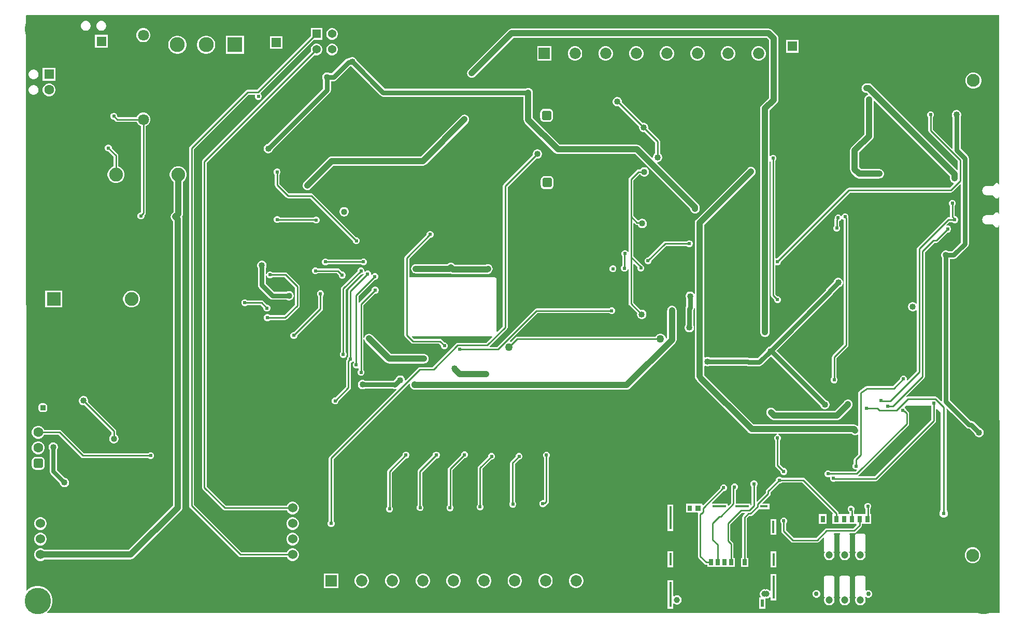
<source format=gbr>
G04*
G04 #@! TF.GenerationSoftware,Altium Limited,Altium Designer,24.9.1 (31)*
G04*
G04 Layer_Physical_Order=4*
G04 Layer_Color=16711680*
%FSLAX44Y44*%
%MOMM*%
G71*
G04*
G04 #@! TF.SameCoordinates,58564934-83CB-4443-A129-65336E2EC8F8*
G04*
G04*
G04 #@! TF.FilePolarity,Positive*
G04*
G01*
G75*
%ADD17C,0.2540*%
%ADD163R,2.4500X2.4500*%
%ADD164C,2.4500*%
%ADD165C,1.5500*%
%ADD166R,1.5500X1.5500*%
%ADD188C,0.5080*%
%ADD190C,0.6350*%
%ADD191C,0.7620*%
%ADD192C,1.0160*%
%ADD196C,2.2500*%
%ADD197C,2.1000*%
%ADD198O,2.1000X1.4000*%
%ADD199C,1.6000*%
%ADD200R,1.6000X1.6000*%
%ADD201C,1.8000*%
%ADD202R,1.8500X1.8500*%
%ADD203C,1.8500*%
G04:AMPARAMS|DCode=204|XSize=1.6mm|YSize=1.6mm|CornerRadius=0.4mm|HoleSize=0mm|Usage=FLASHONLY|Rotation=90.000|XOffset=0mm|YOffset=0mm|HoleType=Round|Shape=RoundedRectangle|*
%AMROUNDEDRECTD204*
21,1,1.6000,0.8000,0,0,90.0*
21,1,0.8000,1.6000,0,0,90.0*
1,1,0.8000,0.4000,0.4000*
1,1,0.8000,0.4000,-0.4000*
1,1,0.8000,-0.4000,-0.4000*
1,1,0.8000,-0.4000,0.4000*
%
%ADD204ROUNDEDRECTD204*%
%ADD205R,1.3700X1.3700*%
%ADD206C,1.3700*%
G04:AMPARAMS|DCode=207|XSize=0.9mm|YSize=0.9mm|CornerRadius=0.225mm|HoleSize=0mm|Usage=FLASHONLY|Rotation=270.000|XOffset=0mm|YOffset=0mm|HoleType=Round|Shape=RoundedRectangle|*
%AMROUNDEDRECTD207*
21,1,0.9000,0.4500,0,0,270.0*
21,1,0.4500,0.9000,0,0,270.0*
1,1,0.4500,-0.2250,-0.2250*
1,1,0.4500,-0.2250,0.2250*
1,1,0.4500,0.2250,0.2250*
1,1,0.4500,0.2250,-0.2250*
%
%ADD207ROUNDEDRECTD207*%
%ADD208C,0.9000*%
%ADD209R,1.6000X1.6000*%
%ADD210R,2.2500X2.2500*%
%ADD211C,1.5300*%
%ADD212R,1.5300X1.5300*%
%ADD213C,0.7500*%
%ADD214C,1.2000*%
%ADD215C,1.0000*%
%ADD216C,4.3180*%
%ADD217C,1.0160*%
%ADD218C,0.6096*%
%ADD219C,1.2700*%
%ADD220C,0.8000*%
%ADD221R,0.8000X1.1400*%
%ADD222R,0.7000X2.1000*%
%ADD223R,0.5500X1.3000*%
%ADD224R,0.4500X3.8000*%
%ADD225R,0.4000X2.1000*%
%ADD226R,1.3000X0.4000*%
%ADD227R,2.2000X0.4000*%
%ADD228R,0.9000X0.9500*%
%ADD229R,0.8000X0.9500*%
%ADD230R,0.4500X2.1000*%
%ADD231R,0.4500X4.1000*%
%ADD232R,0.7000X1.0000*%
G36*
X1608772Y712826D02*
X1607502Y712700D01*
X1607366Y713385D01*
X1606703Y714378D01*
X1605710Y715041D01*
X1604540Y715274D01*
X1603369Y715041D01*
X1602377Y714378D01*
X1598273Y710274D01*
X1588260D01*
X1588194Y710261D01*
X1588127Y710271D01*
X1587897Y710261D01*
X1587837Y710246D01*
X1587776Y710253D01*
X1587536Y710233D01*
X1587414Y710198D01*
X1587287Y710202D01*
X1587047Y710162D01*
X1586976Y710135D01*
X1586900Y710134D01*
X1586670Y710084D01*
X1586612Y710059D01*
X1586548Y710055D01*
X1586318Y709995D01*
X1586207Y709941D01*
X1586085Y709924D01*
X1585855Y709844D01*
X1585783Y709802D01*
X1585702Y709786D01*
X1585482Y709696D01*
X1585409Y709648D01*
X1585325Y709627D01*
X1585115Y709527D01*
X1585067Y709491D01*
X1585011Y709475D01*
X1584801Y709364D01*
X1584714Y709295D01*
X1584610Y709256D01*
X1584400Y709126D01*
X1584375Y709102D01*
X1584343Y709090D01*
X1584143Y708960D01*
X1584012Y708832D01*
X1583852Y708745D01*
X1583672Y708595D01*
X1583672Y708595D01*
X1583672Y708595D01*
X1583492Y708445D01*
X1583431Y708370D01*
X1583350Y708319D01*
X1583170Y708149D01*
X1583117Y708074D01*
X1583043Y708021D01*
X1582883Y707851D01*
X1582833Y707772D01*
X1582760Y707713D01*
X1582610Y707533D01*
X1582548Y707419D01*
X1582454Y707329D01*
X1582314Y707129D01*
X1582293Y707080D01*
X1582255Y707042D01*
X1581995Y706642D01*
X1581920Y706453D01*
X1581798Y706290D01*
X1581698Y706080D01*
X1581692Y706053D01*
X1581675Y706031D01*
X1581575Y705811D01*
X1581548Y705694D01*
X1581485Y705590D01*
X1581405Y705370D01*
X1581402Y705349D01*
X1581391Y705330D01*
X1581311Y705100D01*
X1581294Y704978D01*
X1581240Y704867D01*
X1581180Y704637D01*
X1581172Y704498D01*
X1581123Y704368D01*
X1581085Y704140D01*
X1581046Y703919D01*
X1581050Y703781D01*
X1581012Y703649D01*
X1580992Y703409D01*
X1581006Y703281D01*
X1580981Y703155D01*
Y702715D01*
X1580994Y702652D01*
X1580984Y702588D01*
X1580994Y702348D01*
X1580995Y702345D01*
X1580994Y702342D01*
X1581004Y702112D01*
X1581051Y701919D01*
X1581046Y701721D01*
X1581085Y701500D01*
X1581123Y701272D01*
X1581155Y701188D01*
X1581157Y701097D01*
X1581207Y700877D01*
X1581253Y700775D01*
X1581264Y700664D01*
X1581334Y700434D01*
X1581373Y700361D01*
X1581385Y700279D01*
X1581465Y700060D01*
X1581497Y700007D01*
X1581509Y699947D01*
X1581599Y699727D01*
X1581647Y699654D01*
X1581668Y699570D01*
X1581768Y699360D01*
X1581804Y699312D01*
X1581821Y699256D01*
X1581931Y699046D01*
X1582022Y698933D01*
X1582075Y698798D01*
X1582335Y698398D01*
X1582427Y698304D01*
X1582486Y698187D01*
X1582625Y698007D01*
X1582702Y697941D01*
X1582754Y697853D01*
X1582914Y697673D01*
X1582949Y697646D01*
X1582973Y697608D01*
X1583133Y697439D01*
X1583209Y697384D01*
X1583264Y697308D01*
X1583434Y697148D01*
X1583471Y697124D01*
X1583498Y697089D01*
X1583678Y696929D01*
X1583766Y696877D01*
X1583832Y696801D01*
X1584012Y696661D01*
X1584129Y696602D01*
X1584223Y696510D01*
X1584623Y696250D01*
X1584758Y696197D01*
X1584871Y696105D01*
X1585081Y695995D01*
X1585137Y695979D01*
X1585185Y695943D01*
X1585395Y695843D01*
X1585479Y695822D01*
X1585552Y695774D01*
X1585772Y695684D01*
X1585832Y695672D01*
X1585885Y695640D01*
X1586104Y695561D01*
X1586187Y695548D01*
X1586260Y695509D01*
X1586490Y695439D01*
X1586600Y695428D01*
X1586702Y695382D01*
X1586922Y695332D01*
X1587012Y695330D01*
X1587097Y695298D01*
X1587325Y695260D01*
X1587546Y695221D01*
X1587744Y695226D01*
X1587937Y695179D01*
X1588167Y695169D01*
X1588170Y695170D01*
X1588173Y695169D01*
X1588413Y695159D01*
X1588477Y695169D01*
X1588540Y695156D01*
X1598273D01*
X1602377Y691052D01*
X1603369Y690389D01*
X1604540Y690156D01*
X1605710Y690389D01*
X1606703Y691052D01*
X1607366Y692045D01*
X1607526Y692848D01*
X1608796Y692723D01*
X1608828Y665043D01*
X1607559Y664917D01*
X1607366Y665885D01*
X1606703Y666878D01*
X1605710Y667541D01*
X1604540Y667774D01*
X1603369Y667541D01*
X1602377Y666878D01*
X1598273Y662774D01*
X1588540D01*
X1588477Y662761D01*
X1588413Y662771D01*
X1588173Y662761D01*
X1588170Y662760D01*
X1588167Y662761D01*
X1587937Y662751D01*
X1587744Y662704D01*
X1587546Y662709D01*
X1587325Y662670D01*
X1587097Y662632D01*
X1587012Y662600D01*
X1586922Y662598D01*
X1586702Y662548D01*
X1586600Y662502D01*
X1586490Y662491D01*
X1586260Y662421D01*
X1586187Y662382D01*
X1586104Y662370D01*
X1585885Y662290D01*
X1585832Y662258D01*
X1585772Y662246D01*
X1585552Y662156D01*
X1585479Y662108D01*
X1585395Y662087D01*
X1585185Y661987D01*
X1585137Y661951D01*
X1585081Y661935D01*
X1584871Y661825D01*
X1584758Y661733D01*
X1584623Y661680D01*
X1584223Y661420D01*
X1584129Y661328D01*
X1584012Y661269D01*
X1583832Y661129D01*
X1583766Y661053D01*
X1583678Y661001D01*
X1583498Y660841D01*
X1583471Y660806D01*
X1583434Y660782D01*
X1583264Y660622D01*
X1583209Y660546D01*
X1583133Y660491D01*
X1582973Y660322D01*
X1582949Y660284D01*
X1582914Y660257D01*
X1582754Y660077D01*
X1582702Y659989D01*
X1582625Y659923D01*
X1582486Y659743D01*
X1582427Y659626D01*
X1582335Y659532D01*
X1582075Y659132D01*
X1582022Y658997D01*
X1581931Y658885D01*
X1581821Y658674D01*
X1581804Y658618D01*
X1581768Y658570D01*
X1581668Y658360D01*
X1581647Y658276D01*
X1581599Y658203D01*
X1581509Y657983D01*
X1581497Y657923D01*
X1581465Y657870D01*
X1581385Y657651D01*
X1581373Y657569D01*
X1581334Y657496D01*
X1581264Y657266D01*
X1581253Y657155D01*
X1581207Y657053D01*
X1581157Y656833D01*
X1581155Y656742D01*
X1581123Y656658D01*
X1581085Y656430D01*
X1581046Y656209D01*
X1581051Y656011D01*
X1581004Y655818D01*
X1580994Y655588D01*
X1580995Y655585D01*
X1580994Y655582D01*
X1580984Y655342D01*
X1580994Y655278D01*
X1580981Y655215D01*
Y654775D01*
X1581006Y654649D01*
X1580992Y654521D01*
X1581012Y654281D01*
X1581050Y654149D01*
X1581046Y654011D01*
X1581085Y653790D01*
X1581123Y653562D01*
X1581172Y653432D01*
X1581180Y653293D01*
X1581240Y653063D01*
X1581294Y652952D01*
X1581311Y652830D01*
X1581391Y652600D01*
X1581402Y652581D01*
X1581405Y652560D01*
X1581485Y652340D01*
X1581548Y652237D01*
X1581575Y652119D01*
X1581675Y651899D01*
X1581692Y651877D01*
X1581698Y651850D01*
X1581798Y651640D01*
X1581920Y651477D01*
X1581995Y651288D01*
X1582255Y650888D01*
X1582293Y650850D01*
X1582314Y650801D01*
X1582454Y650601D01*
X1582548Y650511D01*
X1582610Y650397D01*
X1582760Y650217D01*
X1582833Y650158D01*
X1582883Y650079D01*
X1583043Y649909D01*
X1583117Y649856D01*
X1583170Y649781D01*
X1583350Y649611D01*
X1583431Y649560D01*
X1583492Y649485D01*
X1583672Y649335D01*
X1583672Y649335D01*
X1583672Y649335D01*
X1583852Y649185D01*
X1584012Y649098D01*
X1584143Y648970D01*
X1584343Y648840D01*
X1584375Y648828D01*
X1584400Y648804D01*
X1584610Y648674D01*
X1584714Y648635D01*
X1584801Y648566D01*
X1585011Y648456D01*
X1585067Y648439D01*
X1585115Y648403D01*
X1585325Y648303D01*
X1585409Y648282D01*
X1585482Y648234D01*
X1585702Y648144D01*
X1585783Y648128D01*
X1585855Y648086D01*
X1586085Y648006D01*
X1586207Y647989D01*
X1586318Y647935D01*
X1586548Y647875D01*
X1586612Y647871D01*
X1586670Y647846D01*
X1586900Y647796D01*
X1586976Y647795D01*
X1587047Y647768D01*
X1587287Y647728D01*
X1587414Y647732D01*
X1587536Y647697D01*
X1587776Y647677D01*
X1587837Y647684D01*
X1587897Y647669D01*
X1588127Y647659D01*
X1588194Y647669D01*
X1588260Y647656D01*
X1598273D01*
X1602377Y643552D01*
X1603369Y642889D01*
X1604540Y642656D01*
X1605710Y642889D01*
X1606703Y643552D01*
X1607366Y644545D01*
X1607599Y645715D01*
X1607599Y645715D01*
X1608851Y645673D01*
X1609597Y13599D01*
X1608699Y12700D01*
X53462D01*
X53175Y13970D01*
X56333Y17128D01*
X58974Y21080D01*
X60793Y25471D01*
X61720Y30133D01*
Y34887D01*
X60793Y39548D01*
X58974Y43940D01*
X56333Y47892D01*
X52972Y51253D01*
X49020Y53894D01*
X44629Y55713D01*
X39967Y56640D01*
X35213D01*
X30552Y55713D01*
X26160Y53894D01*
X22208Y51253D01*
X20309Y49354D01*
X19135Y49839D01*
X18289Y988494D01*
X19186Y989392D01*
X1608445Y989825D01*
X1608772Y712826D01*
D02*
G37*
%LPC*%
G36*
X142790Y980098D02*
X140674D01*
X138629Y979550D01*
X136795Y978492D01*
X135298Y976995D01*
X134240Y975161D01*
X133692Y973117D01*
Y971000D01*
X134240Y968955D01*
X135298Y967121D01*
X136795Y965624D01*
X138629Y964566D01*
X140674Y964018D01*
X142790D01*
X144835Y964566D01*
X146669Y965624D01*
X148166Y967121D01*
X149224Y968955D01*
X149772Y971000D01*
Y973117D01*
X149224Y975161D01*
X148166Y976995D01*
X146669Y978492D01*
X144835Y979550D01*
X142790Y980098D01*
D02*
G37*
G36*
X117390D02*
X115274D01*
X113229Y979550D01*
X111395Y978492D01*
X109898Y976995D01*
X108840Y975161D01*
X108292Y973117D01*
Y971000D01*
X108840Y968955D01*
X109898Y967121D01*
X111395Y965624D01*
X113229Y964566D01*
X115274Y964018D01*
X117390D01*
X119435Y964566D01*
X121269Y965624D01*
X122766Y967121D01*
X123824Y968955D01*
X124372Y971000D01*
Y973117D01*
X123824Y975161D01*
X122766Y976995D01*
X121269Y978492D01*
X119435Y979550D01*
X117390Y980098D01*
D02*
G37*
G36*
X519904Y968240D02*
X517432D01*
X515044Y967600D01*
X512902Y966364D01*
X511154Y964616D01*
X509918Y962474D01*
X509278Y960086D01*
Y957614D01*
X509918Y955226D01*
X511154Y953084D01*
X512902Y951336D01*
X515044Y950100D01*
X517432Y949460D01*
X519904D01*
X522292Y950100D01*
X524434Y951336D01*
X526182Y953084D01*
X527418Y955226D01*
X528058Y957614D01*
Y960086D01*
X527418Y962474D01*
X526182Y964616D01*
X524434Y966364D01*
X522292Y967600D01*
X519904Y968240D01*
D02*
G37*
G36*
X211831Y968399D02*
X208793D01*
X205858Y967613D01*
X203226Y966093D01*
X201078Y963945D01*
X199559Y961313D01*
X198772Y958378D01*
Y955340D01*
X199559Y952405D01*
X201078Y949773D01*
X203226Y947625D01*
X205858Y946105D01*
X208793Y945319D01*
X211831D01*
X214766Y946105D01*
X217398Y947625D01*
X219546Y949773D01*
X221066Y952405D01*
X221852Y955340D01*
Y958378D01*
X221066Y961313D01*
X219546Y963945D01*
X217398Y966093D01*
X214766Y967613D01*
X211831Y968399D01*
D02*
G37*
G36*
X152272Y957198D02*
X131192D01*
Y936118D01*
X152272D01*
Y957198D01*
D02*
G37*
G36*
X437518Y955170D02*
X416938D01*
Y934590D01*
X437518D01*
Y955170D01*
D02*
G37*
G36*
X1280798Y948820D02*
X1260218D01*
Y928240D01*
X1280798D01*
Y948820D01*
D02*
G37*
G36*
X374718Y955860D02*
X345138D01*
Y926280D01*
X374718D01*
Y955860D01*
D02*
G37*
G36*
X314385D02*
X311471D01*
X308614Y955292D01*
X305922Y954177D01*
X303500Y952558D01*
X301440Y950498D01*
X299821Y948076D01*
X298706Y945384D01*
X298138Y942527D01*
Y939613D01*
X298706Y936756D01*
X299821Y934064D01*
X301440Y931642D01*
X303500Y929582D01*
X305922Y927963D01*
X308614Y926848D01*
X311471Y926280D01*
X314385D01*
X317242Y926848D01*
X319934Y927963D01*
X322356Y929582D01*
X324416Y931642D01*
X326035Y934064D01*
X327150Y936756D01*
X327718Y939613D01*
Y942527D01*
X327150Y945384D01*
X326035Y948076D01*
X324416Y950498D01*
X322356Y952558D01*
X319934Y954177D01*
X317242Y955292D01*
X314385Y955860D01*
D02*
G37*
G36*
X267385D02*
X264471D01*
X261614Y955292D01*
X258922Y954177D01*
X256500Y952558D01*
X254440Y950498D01*
X252821Y948076D01*
X251706Y945384D01*
X251138Y942527D01*
Y939613D01*
X251706Y936756D01*
X252821Y934064D01*
X254440Y931642D01*
X256500Y929582D01*
X258922Y927963D01*
X261614Y926848D01*
X264471Y926280D01*
X267385D01*
X270242Y926848D01*
X272934Y927963D01*
X275356Y929582D01*
X277416Y931642D01*
X279035Y934064D01*
X280150Y936756D01*
X280718Y939613D01*
Y942527D01*
X280150Y945384D01*
X279035Y948076D01*
X277416Y950498D01*
X275356Y952558D01*
X272934Y954177D01*
X270242Y955292D01*
X267385Y955860D01*
D02*
G37*
G36*
X519904Y942840D02*
X517432D01*
X515044Y942200D01*
X512902Y940964D01*
X511154Y939216D01*
X509918Y937074D01*
X509278Y934686D01*
Y932214D01*
X509918Y929826D01*
X511154Y927684D01*
X512902Y925936D01*
X515044Y924700D01*
X517432Y924060D01*
X519904D01*
X522292Y924700D01*
X524434Y925936D01*
X526182Y927684D01*
X527418Y929826D01*
X528058Y932214D01*
Y934686D01*
X527418Y937074D01*
X526182Y939216D01*
X524434Y940964D01*
X522292Y942200D01*
X519904Y942840D01*
D02*
G37*
G36*
X494504D02*
X492032D01*
X489644Y942200D01*
X487502Y940964D01*
X485754Y939216D01*
X484518Y937074D01*
X483878Y934686D01*
Y932214D01*
X484440Y930116D01*
X307387Y753063D01*
X306545Y751803D01*
X306249Y750316D01*
Y217932D01*
X306545Y216445D01*
X307387Y215185D01*
X341169Y181403D01*
X342429Y180561D01*
X343916Y180265D01*
X444849D01*
X444862Y180217D01*
X446204Y177893D01*
X448101Y175996D01*
X450425Y174654D01*
X453016Y173960D01*
X455700D01*
X458291Y174654D01*
X460615Y175996D01*
X462512Y177893D01*
X463854Y180217D01*
X464548Y182808D01*
Y185492D01*
X463854Y188083D01*
X462512Y190407D01*
X460615Y192304D01*
X458291Y193646D01*
X455700Y194340D01*
X453016D01*
X450425Y193646D01*
X448101Y192304D01*
X446204Y190407D01*
X444862Y188083D01*
X444849Y188035D01*
X345525D01*
X314019Y219541D01*
Y748707D01*
X489934Y924622D01*
X492032Y924060D01*
X494504D01*
X496892Y924700D01*
X499034Y925936D01*
X500782Y927684D01*
X502018Y929826D01*
X502658Y932214D01*
Y934686D01*
X502018Y937074D01*
X500782Y939216D01*
X499034Y940964D01*
X496892Y942200D01*
X494504Y942840D01*
D02*
G37*
G36*
X1217120Y938636D02*
X1214016D01*
X1211017Y937832D01*
X1208329Y936280D01*
X1206134Y934085D01*
X1204582Y931397D01*
X1203778Y928398D01*
Y925294D01*
X1204582Y922295D01*
X1206134Y919607D01*
X1208329Y917412D01*
X1211017Y915860D01*
X1214016Y915056D01*
X1217120D01*
X1220119Y915860D01*
X1222807Y917412D01*
X1225002Y919607D01*
X1226554Y922295D01*
X1227358Y925294D01*
Y928398D01*
X1226554Y931397D01*
X1225002Y934085D01*
X1222807Y936280D01*
X1220119Y937832D01*
X1217120Y938636D01*
D02*
G37*
G36*
X1167120D02*
X1164016D01*
X1161017Y937832D01*
X1158329Y936280D01*
X1156134Y934085D01*
X1154582Y931397D01*
X1153778Y928398D01*
Y925294D01*
X1154582Y922295D01*
X1156134Y919607D01*
X1158329Y917412D01*
X1161017Y915860D01*
X1164016Y915056D01*
X1167120D01*
X1170119Y915860D01*
X1172807Y917412D01*
X1175002Y919607D01*
X1176554Y922295D01*
X1177358Y925294D01*
Y928398D01*
X1176554Y931397D01*
X1175002Y934085D01*
X1172807Y936280D01*
X1170119Y937832D01*
X1167120Y938636D01*
D02*
G37*
G36*
X1117120D02*
X1114016D01*
X1111017Y937832D01*
X1108329Y936280D01*
X1106134Y934085D01*
X1104582Y931397D01*
X1103778Y928398D01*
Y925294D01*
X1104582Y922295D01*
X1106134Y919607D01*
X1108329Y917412D01*
X1111017Y915860D01*
X1114016Y915056D01*
X1117120D01*
X1120119Y915860D01*
X1122807Y917412D01*
X1125002Y919607D01*
X1126554Y922295D01*
X1127358Y925294D01*
Y928398D01*
X1126554Y931397D01*
X1125002Y934085D01*
X1122807Y936280D01*
X1120119Y937832D01*
X1117120Y938636D01*
D02*
G37*
G36*
X1067120D02*
X1064016D01*
X1061017Y937832D01*
X1058329Y936280D01*
X1056134Y934085D01*
X1054582Y931397D01*
X1053778Y928398D01*
Y925294D01*
X1054582Y922295D01*
X1056134Y919607D01*
X1058329Y917412D01*
X1061017Y915860D01*
X1064016Y915056D01*
X1067120D01*
X1070119Y915860D01*
X1072807Y917412D01*
X1075002Y919607D01*
X1076554Y922295D01*
X1077358Y925294D01*
Y928398D01*
X1076554Y931397D01*
X1075002Y934085D01*
X1072807Y936280D01*
X1070119Y937832D01*
X1067120Y938636D01*
D02*
G37*
G36*
X1017120D02*
X1014016D01*
X1011017Y937832D01*
X1008329Y936280D01*
X1006134Y934085D01*
X1004582Y931397D01*
X1003778Y928398D01*
Y925294D01*
X1004582Y922295D01*
X1006134Y919607D01*
X1008329Y917412D01*
X1011017Y915860D01*
X1014016Y915056D01*
X1017120D01*
X1020119Y915860D01*
X1022807Y917412D01*
X1025002Y919607D01*
X1026554Y922295D01*
X1027358Y925294D01*
Y928398D01*
X1026554Y931397D01*
X1025002Y934085D01*
X1022807Y936280D01*
X1020119Y937832D01*
X1017120Y938636D01*
D02*
G37*
G36*
X967120D02*
X964016D01*
X961017Y937832D01*
X958329Y936280D01*
X956134Y934085D01*
X954582Y931397D01*
X953778Y928398D01*
Y925294D01*
X954582Y922295D01*
X956134Y919607D01*
X958329Y917412D01*
X961017Y915860D01*
X964016Y915056D01*
X967120D01*
X970119Y915860D01*
X972807Y917412D01*
X975002Y919607D01*
X976554Y922295D01*
X977358Y925294D01*
Y928398D01*
X976554Y931397D01*
X975002Y934085D01*
X972807Y936280D01*
X970119Y937832D01*
X967120Y938636D01*
D02*
G37*
G36*
X917120D02*
X914016D01*
X911017Y937832D01*
X908329Y936280D01*
X906134Y934085D01*
X904582Y931397D01*
X903778Y928398D01*
Y925294D01*
X904582Y922295D01*
X906134Y919607D01*
X908329Y917412D01*
X911017Y915860D01*
X914016Y915056D01*
X917120D01*
X920119Y915860D01*
X922807Y917412D01*
X925002Y919607D01*
X926554Y922295D01*
X927358Y925294D01*
Y928398D01*
X926554Y931397D01*
X925002Y934085D01*
X922807Y936280D01*
X920119Y937832D01*
X917120Y938636D01*
D02*
G37*
G36*
X877358D02*
X853778D01*
Y915056D01*
X877358D01*
Y938636D01*
D02*
G37*
G36*
X32046Y900850D02*
X29929D01*
X27885Y900302D01*
X26051Y899244D01*
X24554Y897747D01*
X23496Y895913D01*
X22948Y893868D01*
Y891751D01*
X23496Y889707D01*
X24554Y887873D01*
X26051Y886376D01*
X27885Y885318D01*
X29929Y884770D01*
X32046D01*
X34091Y885318D01*
X35925Y886376D01*
X37422Y887873D01*
X38480Y889707D01*
X39028Y891751D01*
Y893868D01*
X38480Y895913D01*
X37422Y897747D01*
X35925Y899244D01*
X34091Y900302D01*
X32046Y900850D01*
D02*
G37*
G36*
X66928Y903350D02*
X45848D01*
Y882270D01*
X66928D01*
Y903350D01*
D02*
G37*
G36*
X1568135Y895690D02*
X1564701D01*
X1561385Y894801D01*
X1558411Y893085D01*
X1555983Y890657D01*
X1554267Y887683D01*
X1553378Y884367D01*
Y880933D01*
X1554267Y877617D01*
X1555983Y874643D01*
X1558411Y872215D01*
X1561385Y870499D01*
X1564701Y869610D01*
X1568135D01*
X1571451Y870499D01*
X1574425Y872215D01*
X1576853Y874643D01*
X1578569Y877617D01*
X1579458Y880933D01*
Y884367D01*
X1578569Y887683D01*
X1576853Y890657D01*
X1574425Y893085D01*
X1571451Y894801D01*
X1568135Y895690D01*
D02*
G37*
G36*
X32046Y875450D02*
X29929D01*
X27885Y874902D01*
X26051Y873844D01*
X24554Y872347D01*
X23496Y870513D01*
X22948Y868468D01*
Y866351D01*
X23496Y864307D01*
X24554Y862473D01*
X26051Y860976D01*
X27885Y859918D01*
X29929Y859370D01*
X32046D01*
X34091Y859918D01*
X35925Y860976D01*
X37422Y862473D01*
X38480Y864307D01*
X39028Y866351D01*
Y868468D01*
X38480Y870513D01*
X37422Y872347D01*
X35925Y873844D01*
X34091Y874902D01*
X32046Y875450D01*
D02*
G37*
G36*
X57776Y877950D02*
X55000D01*
X52320Y877232D01*
X49916Y875844D01*
X47954Y873882D01*
X46566Y871478D01*
X45848Y868798D01*
Y866022D01*
X46566Y863342D01*
X47954Y860938D01*
X49916Y858976D01*
X52320Y857588D01*
X55000Y856870D01*
X57776D01*
X60456Y857588D01*
X62860Y858976D01*
X64822Y860938D01*
X66210Y863342D01*
X66928Y866022D01*
Y868798D01*
X66210Y871478D01*
X64822Y873882D01*
X62860Y875844D01*
X60456Y877232D01*
X57776Y877950D01*
D02*
G37*
G36*
X502658Y968240D02*
X483878D01*
Y954954D01*
X396409Y867485D01*
X380530D01*
X379043Y867189D01*
X377783Y866347D01*
X286305Y774869D01*
X285463Y773609D01*
X285167Y772122D01*
Y187706D01*
X285463Y186219D01*
X286305Y184959D01*
X366061Y105203D01*
X367321Y104361D01*
X368808Y104065D01*
X444849D01*
X444862Y104017D01*
X446204Y101693D01*
X448101Y99796D01*
X450425Y98454D01*
X453016Y97760D01*
X455700D01*
X458291Y98454D01*
X460615Y99796D01*
X462512Y101693D01*
X463854Y104017D01*
X464548Y106608D01*
Y109292D01*
X463854Y111883D01*
X462512Y114207D01*
X460615Y116104D01*
X458291Y117446D01*
X455700Y118140D01*
X453016D01*
X450425Y117446D01*
X448101Y116104D01*
X446204Y114207D01*
X444862Y111883D01*
X444849Y111835D01*
X370417D01*
X292937Y189315D01*
Y770513D01*
X382139Y859715D01*
X392312D01*
X393018Y858659D01*
X392684Y857853D01*
Y855630D01*
X393535Y853577D01*
X395107Y852005D01*
X397160Y851154D01*
X399384D01*
X401437Y852005D01*
X403009Y853577D01*
X403860Y855630D01*
Y857853D01*
X403009Y859907D01*
X402306Y860611D01*
X402303Y862391D01*
X489372Y949460D01*
X502658D01*
Y968240D01*
D02*
G37*
G36*
X211831Y830649D02*
X208793D01*
X205858Y829863D01*
X203226Y828343D01*
X201078Y826195D01*
X199559Y823563D01*
X199406Y822994D01*
X169290D01*
X167894Y824390D01*
Y825595D01*
X167043Y827649D01*
X165471Y829221D01*
X163417Y830072D01*
X161194D01*
X159141Y829221D01*
X157569Y827649D01*
X156718Y825595D01*
Y823372D01*
X157569Y821319D01*
X159141Y819747D01*
X161194Y818896D01*
X162400D01*
X164934Y816362D01*
X166194Y815520D01*
X167681Y815224D01*
X199406D01*
X199559Y814655D01*
X201078Y812023D01*
X203226Y809875D01*
X205858Y808355D01*
X206554Y808169D01*
Y667924D01*
X205634Y667004D01*
X205390D01*
X203337Y666153D01*
X201765Y664581D01*
X200914Y662527D01*
Y660304D01*
X201765Y658251D01*
X203337Y656679D01*
X205390Y655828D01*
X207614D01*
X209667Y656679D01*
X211239Y658251D01*
X212090Y660304D01*
Y662473D01*
X213186Y663568D01*
X214028Y664829D01*
X214324Y666315D01*
Y808237D01*
X214766Y808355D01*
X217398Y809875D01*
X219546Y812023D01*
X221066Y814655D01*
X221852Y817590D01*
Y820628D01*
X221066Y823563D01*
X219546Y826195D01*
X217398Y828343D01*
X214766Y829863D01*
X211831Y830649D01*
D02*
G37*
G36*
X873188Y836350D02*
X865188D01*
X863481Y836126D01*
X861890Y835467D01*
X860524Y834418D01*
X859475Y833052D01*
X858816Y831461D01*
X858592Y829754D01*
Y821754D01*
X858816Y820047D01*
X859475Y818456D01*
X860524Y817090D01*
X861890Y816041D01*
X863481Y815382D01*
X865188Y815158D01*
X873188D01*
X874895Y815382D01*
X876486Y816041D01*
X877852Y817090D01*
X878901Y818456D01*
X879560Y820047D01*
X879784Y821754D01*
Y829754D01*
X879560Y831461D01*
X878901Y833052D01*
X877852Y834418D01*
X876486Y835467D01*
X874895Y836126D01*
X873188Y836350D01*
D02*
G37*
G36*
X855152Y770329D02*
X853145D01*
X851207Y769809D01*
X849470Y768806D01*
X848051Y767387D01*
X847048Y765650D01*
X846528Y763712D01*
Y761705D01*
X846766Y760820D01*
X798877Y712931D01*
X798035Y711671D01*
X797739Y710184D01*
Y481211D01*
X788854Y472326D01*
X787681Y472812D01*
Y557988D01*
X787448Y559159D01*
X786785Y560151D01*
X785792Y560814D01*
X784622Y561047D01*
X644697D01*
Y591451D01*
X678848Y625602D01*
X680053D01*
X682107Y626453D01*
X683679Y628025D01*
X684530Y630079D01*
Y632301D01*
X683679Y634355D01*
X682107Y635927D01*
X680053Y636778D01*
X677831D01*
X675777Y635927D01*
X674205Y634355D01*
X673354Y632301D01*
Y631096D01*
X638065Y595807D01*
X637223Y594547D01*
X636927Y593060D01*
Y466410D01*
X637223Y464923D01*
X638065Y463663D01*
X647783Y453945D01*
X649043Y453103D01*
X650530Y452807D01*
X693335D01*
X696722Y449420D01*
Y448214D01*
X697573Y446161D01*
X699145Y444589D01*
X701199Y443738D01*
X703421D01*
X705475Y444589D01*
X707047Y446161D01*
X707898Y448214D01*
Y450438D01*
X707047Y452491D01*
X705475Y454063D01*
X703421Y454914D01*
X702216D01*
X697691Y459439D01*
X696431Y460281D01*
X694944Y460577D01*
X652139D01*
X648960Y463756D01*
X649446Y464929D01*
X779798D01*
X780284Y463756D01*
X770501Y453973D01*
X724107D01*
X722621Y453677D01*
X721360Y452835D01*
X682874Y414349D01*
X662178D01*
X660691Y414053D01*
X659431Y413211D01*
X638810Y392590D01*
X637540Y393116D01*
Y394195D01*
X637021Y396133D01*
X636017Y397871D01*
X634599Y399290D01*
X632861Y400293D01*
X630923Y400812D01*
X628917D01*
X626979Y400293D01*
X625241Y399290D01*
X623823Y397871D01*
X622819Y396133D01*
X622747Y395862D01*
X619185Y392300D01*
X572478D01*
X571393Y392927D01*
X569455Y393446D01*
X567449D01*
X565511Y392927D01*
X563773Y391923D01*
X562355Y390505D01*
X561351Y388767D01*
X560832Y386829D01*
Y384823D01*
X561351Y382885D01*
X562355Y381147D01*
X563773Y379729D01*
X565511Y378725D01*
X567449Y378206D01*
X569455D01*
X571393Y378725D01*
X572478Y379352D01*
X617248D01*
X617582Y379128D01*
X620060Y378635D01*
X621150D01*
X623534Y379109D01*
X623609Y379053D01*
X623948Y377728D01*
X514397Y268177D01*
X513555Y266917D01*
X513259Y265430D01*
Y162768D01*
X512407Y161915D01*
X511556Y159861D01*
Y157639D01*
X512407Y155585D01*
X513979Y154013D01*
X516032Y153162D01*
X518256D01*
X520309Y154013D01*
X521881Y155585D01*
X522732Y157639D01*
Y159861D01*
X521881Y161915D01*
X521029Y162768D01*
Y263821D01*
X644469Y387261D01*
X645265Y386974D01*
X645668Y386664D01*
Y386325D01*
X645602Y385826D01*
X645668Y385326D01*
Y384823D01*
X645798Y384336D01*
X645864Y383837D01*
X646057Y383371D01*
X646187Y382885D01*
X646439Y382449D01*
X646632Y381983D01*
X646939Y381583D01*
X647190Y381147D01*
X647547Y380791D01*
X647853Y380391D01*
X648361Y379883D01*
X649953Y378662D01*
X651807Y377894D01*
X653796Y377632D01*
X999943D01*
X1001932Y377894D01*
X1003785Y378662D01*
X1005377Y379883D01*
X1079347Y453853D01*
X1080568Y455445D01*
X1081336Y457298D01*
X1081598Y459287D01*
X1081598Y459288D01*
Y506984D01*
X1081532Y507483D01*
Y507987D01*
X1081402Y508474D01*
X1081336Y508973D01*
X1081143Y509439D01*
X1081013Y509925D01*
X1080761Y510362D01*
X1080568Y510827D01*
X1080261Y511227D01*
X1080010Y511663D01*
X1079653Y512019D01*
X1079347Y512419D01*
X1078947Y512725D01*
X1078591Y513082D01*
X1078155Y513333D01*
X1077755Y513640D01*
X1077290Y513833D01*
X1076853Y514085D01*
X1076367Y514215D01*
X1075901Y514408D01*
X1075402Y514474D01*
X1074915Y514604D01*
X1074411D01*
X1073912Y514670D01*
X1073412Y514604D01*
X1072909D01*
X1072422Y514474D01*
X1071923Y514408D01*
X1071457Y514215D01*
X1070971Y514085D01*
X1070535Y513833D01*
X1070069Y513640D01*
X1069669Y513333D01*
X1069233Y513082D01*
X1068877Y512725D01*
X1068477Y512419D01*
X1068171Y512019D01*
X1067814Y511663D01*
X1067563Y511227D01*
X1067256Y510827D01*
X1067063Y510362D01*
X1066811Y509925D01*
X1066681Y509439D01*
X1066488Y508973D01*
X1066422Y508474D01*
X1066292Y507987D01*
Y507483D01*
X1066226Y506984D01*
Y462471D01*
X1065192Y461437D01*
X1063873Y461914D01*
X1063400Y463679D01*
X1062230Y465707D01*
X1060575Y467362D01*
X1058547Y468532D01*
X1056286Y469138D01*
X1053946D01*
X1051685Y468532D01*
X1049657Y467362D01*
X1048002Y465707D01*
X1047094Y464133D01*
X820928D01*
X819441Y463837D01*
X818181Y462995D01*
X810900Y455714D01*
X809650Y456049D01*
X809177Y457372D01*
X854397Y502591D01*
X971596D01*
X972449Y501739D01*
X974502Y500888D01*
X976725D01*
X978779Y501739D01*
X980351Y503311D01*
X981202Y505364D01*
Y507588D01*
X980351Y509641D01*
X978779Y511213D01*
X976725Y512064D01*
X974502D01*
X972449Y511213D01*
X971596Y510361D01*
X852788D01*
X851301Y510065D01*
X850041Y509223D01*
X787933Y447115D01*
X776427D01*
X775900Y448385D01*
X804371Y476855D01*
X805213Y478115D01*
X805509Y479602D01*
Y708575D01*
X852260Y755326D01*
X853145Y755089D01*
X855152D01*
X857090Y755608D01*
X858827Y756611D01*
X860246Y758030D01*
X861249Y759767D01*
X861768Y761705D01*
Y763712D01*
X861249Y765650D01*
X860246Y767387D01*
X858827Y768806D01*
X857090Y769809D01*
X855152Y770329D01*
D02*
G37*
G36*
X1029753Y741122D02*
X1027747D01*
X1025809Y740603D01*
X1024071Y739600D01*
X1022653Y738181D01*
X1022194Y737387D01*
X1019506D01*
X1018019Y737091D01*
X1016759Y736249D01*
X1004363Y723853D01*
X1003521Y722593D01*
X1003225Y721106D01*
Y660400D01*
Y603235D01*
X1001955Y602982D01*
X1001853Y603231D01*
X1000281Y604803D01*
X998227Y605653D01*
X996004D01*
X993950Y604803D01*
X992378Y603231D01*
X991527Y601177D01*
Y598954D01*
X992378Y596900D01*
X992894Y596384D01*
Y580427D01*
X991705Y579237D01*
X990854Y577183D01*
Y574961D01*
X991705Y572907D01*
X993277Y571335D01*
X995331Y570484D01*
X997553D01*
X999607Y571335D01*
X1001179Y572907D01*
X1002030Y574960D01*
X1003225Y574780D01*
Y518160D01*
X1003521Y516673D01*
X1004363Y515413D01*
X1017253Y502523D01*
X1017016Y501637D01*
Y499631D01*
X1017535Y497693D01*
X1018539Y495955D01*
X1019957Y494537D01*
X1021695Y493533D01*
X1023633Y493014D01*
X1025639D01*
X1027577Y493533D01*
X1029315Y494537D01*
X1030733Y495955D01*
X1031737Y497693D01*
X1032256Y499631D01*
Y501637D01*
X1031737Y503575D01*
X1030733Y505313D01*
X1029315Y506731D01*
X1027577Y507735D01*
X1025639Y508254D01*
X1023633D01*
X1022747Y508017D01*
X1010995Y519769D01*
Y582814D01*
X1012168Y583300D01*
X1017672Y577796D01*
X1017524Y577438D01*
Y575215D01*
X1018375Y573161D01*
X1019947Y571589D01*
X1022001Y570738D01*
X1024223D01*
X1026277Y571589D01*
X1027849Y573161D01*
X1028700Y575215D01*
Y577438D01*
X1027849Y579491D01*
X1026277Y581063D01*
X1024767Y581689D01*
X1010995Y595461D01*
Y649362D01*
X1012168Y649848D01*
X1014335Y647681D01*
X1015595Y646839D01*
X1017082Y646543D01*
X1018159D01*
X1018297Y646029D01*
X1019301Y644291D01*
X1020719Y642872D01*
X1022457Y641869D01*
X1024395Y641350D01*
X1026401D01*
X1028339Y641869D01*
X1030077Y642872D01*
X1031496Y644291D01*
X1032499Y646029D01*
X1033018Y647967D01*
Y649973D01*
X1032499Y651911D01*
X1031496Y653649D01*
X1030077Y655068D01*
X1028339Y656071D01*
X1026401Y656590D01*
X1024395D01*
X1022457Y656071D01*
X1020719Y655068D01*
X1019964Y654313D01*
X1018691D01*
X1010995Y662009D01*
Y719497D01*
X1021023Y729525D01*
X1022305Y729425D01*
X1022653Y728823D01*
X1024071Y727404D01*
X1025809Y726401D01*
X1027747Y725882D01*
X1029753D01*
X1031691Y726401D01*
X1033429Y727404D01*
X1034848Y728823D01*
X1035851Y730561D01*
X1036370Y732499D01*
Y734505D01*
X1035851Y736443D01*
X1034848Y738181D01*
X1033429Y739600D01*
X1031691Y740603D01*
X1029753Y741122D01*
D02*
G37*
G36*
X154248Y778002D02*
X152025D01*
X149971Y777151D01*
X148399Y775579D01*
X147549Y773525D01*
Y771302D01*
X148399Y769249D01*
X149971Y767677D01*
X152025Y766826D01*
X153231D01*
X161723Y758333D01*
Y742216D01*
X160285Y741830D01*
X157141Y740015D01*
X154573Y737447D01*
X152758Y734303D01*
X151818Y730796D01*
Y727165D01*
X152758Y723657D01*
X154573Y720513D01*
X157141Y717945D01*
X160285Y716130D01*
X163792Y715190D01*
X167423D01*
X170931Y716130D01*
X174075Y717945D01*
X176643Y720513D01*
X178458Y723657D01*
X179398Y727165D01*
Y730796D01*
X178458Y734303D01*
X176643Y737447D01*
X174075Y740015D01*
X170931Y741830D01*
X169493Y742216D01*
Y759942D01*
X169197Y761429D01*
X168355Y762689D01*
X158724Y772320D01*
Y773525D01*
X157874Y775579D01*
X156302Y777151D01*
X154248Y778002D01*
D02*
G37*
G36*
X874204Y726622D02*
X866204D01*
X864497Y726398D01*
X862906Y725739D01*
X861540Y724690D01*
X860491Y723324D01*
X859832Y721733D01*
X859608Y720026D01*
Y712026D01*
X859832Y710319D01*
X860491Y708728D01*
X861540Y707362D01*
X862906Y706313D01*
X864497Y705654D01*
X866204Y705430D01*
X874204D01*
X875911Y705654D01*
X877502Y706313D01*
X878868Y707362D01*
X879917Y708728D01*
X880576Y710319D01*
X880800Y712026D01*
Y720026D01*
X880576Y721733D01*
X879917Y723324D01*
X878868Y724690D01*
X877502Y725739D01*
X875911Y726398D01*
X874204Y726622D01*
D02*
G37*
G36*
X735076Y826836D02*
X734576Y826770D01*
X734073D01*
X733586Y826640D01*
X733087Y826574D01*
X732621Y826381D01*
X732135Y826251D01*
X731699Y825999D01*
X731233Y825806D01*
X730833Y825499D01*
X730397Y825247D01*
X730041Y824891D01*
X729641Y824585D01*
X664074Y759018D01*
X518414D01*
X516425Y758756D01*
X514571Y757988D01*
X512979Y756767D01*
X512979Y756767D01*
X472847Y716635D01*
X472541Y716235D01*
X472184Y715879D01*
X471933Y715443D01*
X471626Y715043D01*
X471433Y714577D01*
X471181Y714141D01*
X471051Y713655D01*
X470858Y713189D01*
X470792Y712690D01*
X470662Y712203D01*
Y711700D01*
X470596Y711200D01*
X470662Y710701D01*
Y710197D01*
X470792Y709710D01*
X470858Y709211D01*
X471051Y708745D01*
X471181Y708259D01*
X471433Y707822D01*
X471626Y707357D01*
X471933Y706957D01*
X472184Y706521D01*
X472541Y706165D01*
X472847Y705765D01*
X473247Y705459D01*
X473603Y705102D01*
X474039Y704851D01*
X474439Y704544D01*
X474905Y704351D01*
X475341Y704099D01*
X475827Y703969D01*
X476293Y703776D01*
X476792Y703710D01*
X477279Y703580D01*
X477783D01*
X478282Y703514D01*
X478782Y703580D01*
X479285D01*
X479772Y703710D01*
X480271Y703776D01*
X480737Y703969D01*
X481223Y704099D01*
X481660Y704351D01*
X482125Y704544D01*
X482525Y704851D01*
X482961Y705102D01*
X483317Y705459D01*
X483717Y705765D01*
X521598Y743646D01*
X667258D01*
X669247Y743908D01*
X671101Y744676D01*
X672693Y745897D01*
X740511Y813715D01*
X740817Y814115D01*
X741173Y814471D01*
X741425Y814907D01*
X741732Y815307D01*
X741925Y815772D01*
X742177Y816209D01*
X742307Y816695D01*
X742500Y817161D01*
X742566Y817660D01*
X742696Y818147D01*
Y818651D01*
X742762Y819150D01*
X742696Y819650D01*
Y820153D01*
X742566Y820640D01*
X742500Y821139D01*
X742307Y821605D01*
X742177Y822091D01*
X741925Y822527D01*
X741732Y822993D01*
X741425Y823393D01*
X741173Y823829D01*
X740817Y824185D01*
X740511Y824585D01*
X740111Y824891D01*
X739755Y825247D01*
X739319Y825499D01*
X738919Y825806D01*
X738454Y825999D01*
X738017Y826251D01*
X737531Y826381D01*
X737065Y826574D01*
X736566Y826640D01*
X736079Y826770D01*
X735575D01*
X735076Y826836D01*
D02*
G37*
G36*
X552691Y921004D02*
X550685D01*
X548747Y920485D01*
X547009Y919482D01*
X546900Y919372D01*
X545760D01*
X543282Y918880D01*
X541182Y917476D01*
X518418Y894712D01*
X514312D01*
X513227Y895339D01*
X511289Y895858D01*
X509283D01*
X507345Y895339D01*
X505607Y894335D01*
X504188Y892917D01*
X503185Y891179D01*
X502666Y889241D01*
Y887235D01*
X503185Y885297D01*
X503812Y884212D01*
Y869838D01*
X412797Y778823D01*
X411587Y778499D01*
X409849Y777495D01*
X408430Y776077D01*
X407427Y774339D01*
X406908Y772401D01*
Y770395D01*
X407427Y768457D01*
X408430Y766719D01*
X409849Y765301D01*
X411587Y764297D01*
X413525Y763778D01*
X415531D01*
X417469Y764297D01*
X419207Y765301D01*
X420625Y766719D01*
X421629Y768457D01*
X421953Y769667D01*
X514864Y862578D01*
X516268Y864678D01*
X516760Y867156D01*
Y881764D01*
X521100D01*
X523578Y882256D01*
X525678Y883660D01*
X548442Y906424D01*
X548504D01*
X548747Y906283D01*
X549957Y905959D01*
X597656Y858260D01*
X599756Y856856D01*
X602234Y856364D01*
X831530D01*
Y818642D01*
X831792Y816653D01*
X832560Y814799D01*
X833781Y813207D01*
X882295Y764693D01*
X883887Y763472D01*
X885741Y762704D01*
X887730Y762442D01*
X1013832D01*
X1104138Y672137D01*
Y672097D01*
X1104268Y671610D01*
X1104334Y671111D01*
X1104527Y670645D01*
X1104657Y670159D01*
X1104909Y669723D01*
X1105102Y669257D01*
X1105409Y668857D01*
X1105660Y668421D01*
X1106017Y668065D01*
X1106323Y667665D01*
X1106723Y667359D01*
X1107079Y667002D01*
X1107515Y666751D01*
X1107915Y666444D01*
X1108381Y666251D01*
X1108817Y665999D01*
X1109303Y665869D01*
X1109769Y665676D01*
X1110268Y665610D01*
X1110755Y665480D01*
X1111258D01*
X1111758Y665414D01*
X1112258Y665480D01*
X1112761D01*
X1113248Y665610D01*
X1113747Y665676D01*
X1114213Y665869D01*
X1114699Y665999D01*
X1115135Y666251D01*
X1115601Y666444D01*
X1116001Y666751D01*
X1116437Y667002D01*
X1116793Y667359D01*
X1117193Y667665D01*
X1117499Y668065D01*
X1117856Y668421D01*
X1118107Y668857D01*
X1118414Y669257D01*
X1118607Y669723D01*
X1118859Y670159D01*
X1118989Y670645D01*
X1119182Y671111D01*
X1119248Y671610D01*
X1119378Y672097D01*
Y672600D01*
X1119444Y673100D01*
Y675386D01*
X1119444Y675386D01*
X1119182Y677375D01*
X1118414Y679229D01*
X1117193Y680821D01*
X1117193Y680821D01*
X1049729Y748284D01*
X1050255Y749554D01*
X1051547D01*
X1053485Y750073D01*
X1055223Y751077D01*
X1056641Y752495D01*
X1057645Y754233D01*
X1058164Y756171D01*
Y758177D01*
X1057645Y760115D01*
X1056641Y761853D01*
X1055223Y763271D01*
X1054429Y763730D01*
Y783336D01*
X1054133Y784823D01*
X1053291Y786083D01*
X1035067Y804307D01*
X1035304Y805193D01*
Y807199D01*
X1034785Y809137D01*
X1033782Y810875D01*
X1032363Y812293D01*
X1030625Y813297D01*
X1028687Y813816D01*
X1026681D01*
X1025795Y813579D01*
X992355Y847018D01*
X992378Y847103D01*
Y849109D01*
X991859Y851047D01*
X990855Y852785D01*
X989437Y854203D01*
X987699Y855207D01*
X985761Y855726D01*
X983755D01*
X981817Y855207D01*
X980079Y854203D01*
X978661Y852785D01*
X977657Y851047D01*
X977138Y849109D01*
Y847103D01*
X977657Y845165D01*
X978661Y843427D01*
X980079Y842009D01*
X981817Y841005D01*
X983755Y840486D01*
X985761D01*
X987448Y840938D01*
X1020301Y808085D01*
X1020064Y807199D01*
Y805193D01*
X1020583Y803255D01*
X1021587Y801517D01*
X1023005Y800098D01*
X1024743Y799095D01*
X1026681Y798576D01*
X1028687D01*
X1029573Y798813D01*
X1046659Y781727D01*
Y763730D01*
X1045865Y763271D01*
X1044446Y761853D01*
X1043443Y760115D01*
X1042924Y758177D01*
Y756885D01*
X1041654Y756359D01*
X1022451Y775563D01*
X1020859Y776784D01*
X1019005Y777552D01*
X1017016Y777814D01*
X890914D01*
X846902Y821826D01*
Y862838D01*
X846836Y863337D01*
Y863841D01*
X846706Y864328D01*
X846640Y864827D01*
X846447Y865293D01*
X846317Y865779D01*
X846065Y866216D01*
X845872Y866681D01*
X845565Y867081D01*
X845313Y867517D01*
X844957Y867873D01*
X844651Y868273D01*
X844251Y868579D01*
X843895Y868935D01*
X843458Y869187D01*
X843059Y869494D01*
X842594Y869687D01*
X842157Y869939D01*
X841671Y870069D01*
X841205Y870262D01*
X840706Y870328D01*
X840219Y870458D01*
X839715D01*
X839216Y870524D01*
X838717Y870458D01*
X838213D01*
X837726Y870328D01*
X837227Y870262D01*
X836761Y870069D01*
X836275Y869939D01*
X835838Y869687D01*
X835373Y869494D01*
X835136Y869312D01*
X604916D01*
X559113Y915115D01*
X558789Y916325D01*
X557785Y918063D01*
X556367Y919482D01*
X554629Y920485D01*
X552691Y921004D01*
D02*
G37*
G36*
X1357979Y665734D02*
X1355757D01*
X1353703Y664883D01*
X1352131Y663311D01*
X1351472Y661721D01*
X1350629Y661599D01*
X1350107Y661602D01*
X1348603Y663105D01*
X1346550Y663956D01*
X1344326D01*
X1342273Y663105D01*
X1340701Y661533D01*
X1339850Y659480D01*
Y657256D01*
X1339906Y657120D01*
X1339563Y656606D01*
X1339267Y655120D01*
Y645368D01*
X1338415Y644515D01*
X1337564Y642461D01*
Y640238D01*
X1338415Y638185D01*
X1339987Y636613D01*
X1342041Y635762D01*
X1344263D01*
X1346317Y636613D01*
X1347889Y638185D01*
X1348740Y640238D01*
Y642461D01*
X1347889Y644515D01*
X1347037Y645368D01*
Y652982D01*
X1348603Y653631D01*
X1350175Y655203D01*
X1350834Y656793D01*
X1351676Y656915D01*
X1352199Y656912D01*
X1353703Y655409D01*
X1354761Y654970D01*
Y451697D01*
X1336341Y433277D01*
X1335499Y432017D01*
X1335203Y430530D01*
Y397718D01*
X1334351Y396865D01*
X1333500Y394812D01*
Y392589D01*
X1334351Y390535D01*
X1335923Y388963D01*
X1337977Y388112D01*
X1340199D01*
X1342253Y388963D01*
X1343825Y390535D01*
X1344676Y392589D01*
Y394812D01*
X1343825Y396865D01*
X1342973Y397718D01*
Y428921D01*
X1361393Y447341D01*
X1362235Y448601D01*
X1362531Y450088D01*
Y657406D01*
X1362287Y658628D01*
X1362456Y659035D01*
Y661257D01*
X1361605Y663311D01*
X1360033Y664883D01*
X1357979Y665734D01*
D02*
G37*
G36*
X539351Y676027D02*
X537344D01*
X535406Y675507D01*
X533669Y674504D01*
X532250Y673085D01*
X531247Y671348D01*
X530727Y669410D01*
Y667403D01*
X531247Y665465D01*
X532250Y663728D01*
X533669Y662309D01*
X535406Y661306D01*
X537344Y660787D01*
X539351D01*
X541289Y661306D01*
X543026Y662309D01*
X544445Y663728D01*
X545448Y665465D01*
X545967Y667403D01*
Y669410D01*
X545448Y671348D01*
X544445Y673085D01*
X543026Y674504D01*
X541289Y675507D01*
X539351Y676027D01*
D02*
G37*
G36*
X1231986Y967466D02*
X811952D01*
X809963Y967204D01*
X808110Y966436D01*
X806518Y965215D01*
X806518Y965215D01*
X741579Y900277D01*
X741273Y899877D01*
X740917Y899521D01*
X740665Y899085D01*
X740358Y898685D01*
X740165Y898220D01*
X739913Y897783D01*
X739783Y897297D01*
X739590Y896831D01*
X739524Y896332D01*
X739394Y895845D01*
Y895341D01*
X739328Y894842D01*
X739394Y894342D01*
Y893839D01*
X739524Y893352D01*
X739590Y892853D01*
X739783Y892387D01*
X739913Y891901D01*
X740165Y891464D01*
X740358Y890999D01*
X740665Y890599D01*
X740917Y890163D01*
X741273Y889807D01*
X741579Y889407D01*
X741979Y889101D01*
X742335Y888745D01*
X742771Y888493D01*
X743171Y888186D01*
X743636Y887993D01*
X744073Y887741D01*
X744559Y887611D01*
X745025Y887418D01*
X745524Y887352D01*
X746011Y887222D01*
X746515D01*
X747014Y887156D01*
X747514Y887222D01*
X748017D01*
X748504Y887352D01*
X749003Y887418D01*
X749469Y887611D01*
X749955Y887741D01*
X750391Y887993D01*
X750857Y888186D01*
X751257Y888493D01*
X751693Y888745D01*
X752049Y889101D01*
X752449Y889407D01*
X815136Y952095D01*
X1228802D01*
X1232342Y948555D01*
Y854083D01*
X1220623Y842365D01*
X1219402Y840773D01*
X1218634Y838919D01*
X1218372Y836930D01*
Y471170D01*
X1218438Y470671D01*
Y470167D01*
X1218568Y469680D01*
X1218634Y469181D01*
X1218827Y468715D01*
X1218957Y468229D01*
X1219209Y467793D01*
X1219402Y467327D01*
X1219709Y466927D01*
X1219960Y466491D01*
X1220317Y466135D01*
X1220623Y465735D01*
X1221023Y465429D01*
X1221379Y465073D01*
X1221815Y464821D01*
X1222215Y464514D01*
X1222681Y464321D01*
X1223117Y464069D01*
X1223603Y463939D01*
X1224069Y463746D01*
X1224568Y463680D01*
X1225055Y463550D01*
X1225558D01*
X1226058Y463484D01*
X1226557Y463550D01*
X1227061D01*
X1227548Y463680D01*
X1228047Y463746D01*
X1228513Y463939D01*
X1228999Y464069D01*
X1229436Y464321D01*
X1229901Y464514D01*
X1230301Y464821D01*
X1230737Y465073D01*
X1231093Y465429D01*
X1231493Y465735D01*
X1231799Y466135D01*
X1232156Y466491D01*
X1232407Y466927D01*
X1232714Y467327D01*
X1232907Y467793D01*
X1233159Y468229D01*
X1233289Y468715D01*
X1233482Y469181D01*
X1233548Y469680D01*
X1233678Y470167D01*
Y470671D01*
X1233744Y471170D01*
Y750344D01*
X1235014Y751023D01*
X1235381Y750777D01*
Y531622D01*
X1235677Y530135D01*
X1236519Y528875D01*
X1240790Y524604D01*
Y523399D01*
X1241641Y521345D01*
X1243213Y519773D01*
X1245266Y518922D01*
X1247489D01*
X1249543Y519773D01*
X1251115Y521345D01*
X1251966Y523399D01*
Y525621D01*
X1251115Y527675D01*
X1249543Y529247D01*
X1247489Y530098D01*
X1246284D01*
X1243151Y533231D01*
Y580654D01*
X1244421Y581502D01*
X1245266Y581152D01*
X1247489D01*
X1249543Y582003D01*
X1251115Y583575D01*
X1251966Y585629D01*
Y586834D01*
X1364827Y699695D01*
X1529460D01*
X1530947Y699991D01*
X1532207Y700833D01*
X1545054Y713680D01*
X1546228Y713194D01*
Y618378D01*
X1531732Y603882D01*
X1525486D01*
X1524401Y604509D01*
X1522463Y605028D01*
X1520457D01*
X1518519Y604509D01*
X1516781Y603506D01*
X1515363Y602087D01*
X1514359Y600349D01*
X1513840Y598411D01*
Y596405D01*
X1514359Y594467D01*
X1514986Y593382D01*
Y359251D01*
X1513716Y358725D01*
X1507236Y365205D01*
X1505975Y366047D01*
X1504489Y366343D01*
X1459437D01*
X1457951Y366047D01*
X1457848Y365978D01*
X1457039Y366965D01*
X1485939Y395865D01*
X1486781Y397126D01*
X1487077Y398612D01*
Y601909D01*
X1502742Y617574D01*
X1505887D01*
X1507373Y617870D01*
X1508634Y618712D01*
X1524414Y634492D01*
X1525620D01*
X1527673Y635343D01*
X1529245Y636915D01*
X1530096Y638969D01*
Y641191D01*
X1529245Y643245D01*
X1527673Y644817D01*
X1525620Y645668D01*
X1523396D01*
X1522903Y645464D01*
X1522184Y646540D01*
X1527079Y651435D01*
X1531920D01*
X1532773Y650583D01*
X1534827Y649732D01*
X1537050D01*
X1539103Y650583D01*
X1540675Y652155D01*
X1541526Y654209D01*
Y656432D01*
X1540675Y658485D01*
X1539103Y660057D01*
X1537050Y660908D01*
X1536806D01*
X1536013Y661701D01*
Y677972D01*
X1536865Y678825D01*
X1537716Y680879D01*
Y683102D01*
X1536865Y685155D01*
X1535293Y686727D01*
X1533239Y687578D01*
X1531017D01*
X1528963Y686727D01*
X1527391Y685155D01*
X1526540Y683102D01*
Y680879D01*
X1527391Y678825D01*
X1528243Y677972D01*
Y660092D01*
X1527515Y659205D01*
X1525470D01*
X1523983Y658909D01*
X1522723Y658067D01*
X1475365Y610709D01*
X1474523Y609449D01*
X1474228Y607962D01*
Y518783D01*
X1472958Y518257D01*
X1472037Y519178D01*
X1470299Y520181D01*
X1468361Y520700D01*
X1466355D01*
X1464417Y520181D01*
X1462679Y519178D01*
X1461261Y517759D01*
X1460257Y516021D01*
X1459738Y514083D01*
Y512077D01*
X1460257Y510139D01*
X1461261Y508401D01*
X1462679Y506982D01*
X1464417Y505979D01*
X1466355Y505460D01*
X1468361D01*
X1470299Y505979D01*
X1472037Y506982D01*
X1472958Y507903D01*
X1474228Y507377D01*
Y408095D01*
X1458437Y392305D01*
X1457360Y393024D01*
X1457706Y393858D01*
Y396082D01*
X1456855Y398135D01*
X1455283Y399707D01*
X1453230Y400558D01*
X1451006D01*
X1448953Y399707D01*
X1447381Y398135D01*
X1446530Y396082D01*
Y394876D01*
X1435015Y383361D01*
X1392682D01*
X1392257Y383276D01*
X1391823Y383265D01*
X1391521Y383130D01*
X1391195Y383065D01*
X1390835Y382824D01*
X1390439Y382648D01*
X1380025Y375281D01*
X1379797Y375041D01*
X1379521Y374857D01*
X1379280Y374496D01*
X1378982Y374182D01*
X1378863Y373872D01*
X1378679Y373597D01*
X1378594Y373171D01*
X1378439Y372766D01*
X1378448Y372435D01*
X1378383Y372110D01*
Y318419D01*
X1377210Y317933D01*
X1376737Y318407D01*
X1375145Y319628D01*
X1373291Y320396D01*
X1371302Y320658D01*
X1207607D01*
X1127099Y401167D01*
X1127064Y401193D01*
Y416048D01*
X1128334Y416781D01*
X1129137Y416317D01*
X1131075Y415798D01*
X1133081D01*
X1135019Y416317D01*
X1136104Y416944D01*
X1195455D01*
X1196238Y416420D01*
X1198716Y415928D01*
X1216914D01*
X1219392Y416420D01*
X1221492Y417824D01*
X1235710Y432042D01*
X1316423Y351329D01*
X1316747Y350119D01*
X1317751Y348381D01*
X1319169Y346963D01*
X1320907Y345959D01*
X1322845Y345440D01*
X1324851D01*
X1326789Y345959D01*
X1328527Y346963D01*
X1329946Y348381D01*
X1330949Y350119D01*
X1331468Y352057D01*
Y354063D01*
X1330949Y356001D01*
X1329946Y357739D01*
X1328527Y359157D01*
X1326789Y360161D01*
X1325579Y360485D01*
X1244866Y441198D01*
X1336537Y532868D01*
X1337940Y534969D01*
X1338082Y535684D01*
X1347423Y545025D01*
X1348633Y545349D01*
X1350371Y546353D01*
X1351790Y547771D01*
X1352793Y549509D01*
X1353312Y551447D01*
Y553453D01*
X1352793Y555391D01*
X1351790Y557129D01*
X1350371Y558548D01*
X1348633Y559551D01*
X1346695Y560070D01*
X1344689D01*
X1342751Y559551D01*
X1341013Y558548D01*
X1339595Y557129D01*
X1338591Y555391D01*
X1338267Y554181D01*
X1327381Y543295D01*
X1325977Y541194D01*
X1325835Y540479D01*
X1233217Y447861D01*
X1232007Y447537D01*
X1230269Y446534D01*
X1228850Y445115D01*
X1227847Y443377D01*
X1227523Y442167D01*
X1214232Y428876D01*
X1200960D01*
X1200177Y429400D01*
X1197700Y429892D01*
X1136104D01*
X1135019Y430519D01*
X1133081Y431038D01*
X1131075D01*
X1129137Y430519D01*
X1128334Y430055D01*
X1127064Y430788D01*
Y647056D01*
X1208633Y728625D01*
X1208939Y729025D01*
X1209296Y729381D01*
X1209547Y729817D01*
X1209854Y730217D01*
X1210047Y730683D01*
X1210299Y731119D01*
X1210429Y731605D01*
X1210622Y732071D01*
X1210688Y732570D01*
X1210818Y733057D01*
Y733560D01*
X1210884Y734060D01*
X1210818Y734560D01*
Y735063D01*
X1210688Y735550D01*
X1210622Y736049D01*
X1210429Y736515D01*
X1210299Y737001D01*
X1210047Y737438D01*
X1209854Y737903D01*
X1209547Y738303D01*
X1209296Y738739D01*
X1208939Y739095D01*
X1208633Y739495D01*
X1208233Y739801D01*
X1207877Y740157D01*
X1207441Y740409D01*
X1207041Y740716D01*
X1206575Y740909D01*
X1206139Y741161D01*
X1205653Y741291D01*
X1205187Y741484D01*
X1204688Y741550D01*
X1204201Y741680D01*
X1203698D01*
X1203198Y741746D01*
X1202698Y741680D01*
X1202195D01*
X1201708Y741550D01*
X1201209Y741484D01*
X1200743Y741291D01*
X1200257Y741161D01*
X1199820Y740909D01*
X1199355Y740716D01*
X1198955Y740409D01*
X1198519Y740157D01*
X1198163Y739801D01*
X1197763Y739495D01*
X1113943Y655675D01*
X1112722Y654083D01*
X1111954Y652229D01*
X1111692Y650240D01*
Y534608D01*
X1110422Y534268D01*
X1109982Y535031D01*
X1108563Y536450D01*
X1106825Y537453D01*
X1104887Y537972D01*
X1102881D01*
X1100943Y537453D01*
X1099205Y536450D01*
X1097786Y535031D01*
X1096783Y533293D01*
X1096264Y531355D01*
Y529349D01*
X1096783Y527411D01*
X1097410Y526326D01*
Y513673D01*
X1096632Y512510D01*
X1096140Y510032D01*
Y483256D01*
X1095259Y481731D01*
X1094740Y479793D01*
Y477787D01*
X1095259Y475849D01*
X1096263Y474111D01*
X1097681Y472692D01*
X1099419Y471689D01*
X1101357Y471170D01*
X1103363D01*
X1105301Y471689D01*
X1107039Y472692D01*
X1108457Y474111D01*
X1109461Y475849D01*
X1109980Y477787D01*
Y479793D01*
X1109461Y481731D01*
X1109088Y482376D01*
Y507661D01*
X1109866Y508824D01*
X1110358Y511302D01*
Y525139D01*
X1110422Y525188D01*
X1111692Y524562D01*
Y399393D01*
X1111954Y397403D01*
X1112722Y395550D01*
X1113943Y393958D01*
X1114248Y393724D01*
X1114433Y393277D01*
X1114563Y392791D01*
X1114815Y392355D01*
X1115008Y391889D01*
X1115315Y391489D01*
X1115566Y391053D01*
X1115923Y390697D01*
X1116229Y390297D01*
X1198989Y307537D01*
X1198989Y307537D01*
X1200581Y306316D01*
X1202435Y305548D01*
X1204424Y305286D01*
X1245214D01*
X1245266Y304038D01*
X1243213Y303187D01*
X1241641Y301615D01*
X1240790Y299562D01*
Y297339D01*
X1241641Y295285D01*
X1242493Y294432D01*
Y254000D01*
X1242789Y252513D01*
X1243631Y251253D01*
X1250950Y243934D01*
Y242729D01*
X1251801Y240675D01*
X1253373Y239103D01*
X1255426Y238252D01*
X1257650D01*
X1259703Y239103D01*
X1261275Y240675D01*
X1262126Y242729D01*
Y244951D01*
X1261275Y247005D01*
X1259703Y248577D01*
X1257650Y249428D01*
X1256444D01*
X1250263Y255609D01*
Y294432D01*
X1251115Y295285D01*
X1251966Y297339D01*
Y299562D01*
X1251115Y301615D01*
X1249543Y303187D01*
X1247490Y304038D01*
X1247542Y305286D01*
X1368172D01*
X1368343Y305155D01*
X1368699Y304799D01*
X1369135Y304547D01*
X1369535Y304240D01*
X1370000Y304047D01*
X1370437Y303795D01*
X1370923Y303665D01*
X1371389Y303472D01*
X1371888Y303406D01*
X1372375Y303276D01*
X1372879D01*
X1373378Y303210D01*
X1373878Y303276D01*
X1374381D01*
X1374868Y303406D01*
X1375367Y303472D01*
X1375833Y303665D01*
X1376319Y303795D01*
X1376756Y304047D01*
X1377113Y304195D01*
X1377548Y304041D01*
X1378369Y303540D01*
X1378383Y303521D01*
Y272119D01*
X1371901Y265637D01*
X1371059Y264377D01*
X1370763Y262890D01*
Y256494D01*
X1369911Y255641D01*
X1369060Y253587D01*
Y251364D01*
X1369911Y249311D01*
X1371483Y247739D01*
X1373537Y246888D01*
X1375486D01*
X1375993Y246103D01*
X1376109Y245715D01*
X1374309Y243915D01*
X1332946D01*
X1332093Y244767D01*
X1330040Y245618D01*
X1327816D01*
X1325763Y244767D01*
X1324191Y243195D01*
X1323340Y241141D01*
Y238918D01*
X1324191Y236865D01*
X1325763Y235293D01*
X1327816Y234442D01*
X1330040D01*
X1331485Y235041D01*
X1332457Y234069D01*
X1332230Y233521D01*
Y231299D01*
X1333081Y229245D01*
X1334653Y227673D01*
X1336707Y226822D01*
X1338929D01*
X1340983Y227673D01*
X1341328Y228017D01*
X1407098D01*
X1408584Y228313D01*
X1409845Y229155D01*
X1504395Y323705D01*
X1505237Y324966D01*
X1505533Y326452D01*
Y345417D01*
D01*
X1505589Y345440D01*
D01*
X1506094Y345649D01*
X1506643Y345877D01*
D01*
X1506706Y345903D01*
D01*
X1512503Y340106D01*
Y180093D01*
X1512359Y179949D01*
X1511685Y178940D01*
X1511350Y178133D01*
X1511084Y177489D01*
Y177489D01*
X1511084Y177489D01*
X1510847Y176300D01*
Y174728D01*
X1510847Y174728D01*
X1511084Y173539D01*
X1511084Y173539D01*
Y173539D01*
X1511350Y172895D01*
X1511685Y172088D01*
X1511685Y172088D01*
X1512359Y171079D01*
X1512914Y170524D01*
X1513469Y169969D01*
X1514478Y169295D01*
X1515285Y168960D01*
X1515929Y168694D01*
X1515929D01*
X1515929Y168694D01*
X1517118Y168457D01*
X1518690D01*
X1518690Y168457D01*
X1519879Y168694D01*
X1519879Y168694D01*
X1519879D01*
X1520523Y168960D01*
X1521330Y169295D01*
X1521330Y169295D01*
X1522339Y169969D01*
X1522894Y170524D01*
X1523449Y171079D01*
X1524123Y172088D01*
X1524458Y172895D01*
X1524724Y173539D01*
Y173539D01*
X1524724Y173539D01*
X1524961Y174728D01*
Y176300D01*
X1524961Y176300D01*
X1524724Y177489D01*
X1524724Y177489D01*
Y177489D01*
X1524458Y178133D01*
X1524123Y178940D01*
X1524123Y178940D01*
X1523449Y179949D01*
X1523305Y180093D01*
Y342343D01*
X1523305Y342343D01*
X1523167Y343040D01*
X1522999Y343884D01*
X1522999Y343884D01*
X1522596Y344856D01*
X1521914Y345877D01*
X1521949Y346049D01*
X1522066Y346636D01*
X1523401Y347097D01*
X1530597Y339901D01*
X1554922Y315576D01*
X1557022Y314173D01*
X1559500Y313680D01*
X1560294D01*
X1568181Y305793D01*
X1568505Y304583D01*
X1569509Y302845D01*
X1570927Y301427D01*
X1572665Y300424D01*
X1574603Y299904D01*
X1576609D01*
X1578547Y300424D01*
X1580285Y301427D01*
X1581703Y302845D01*
X1582707Y304583D01*
X1583226Y306521D01*
Y308527D01*
X1582707Y310465D01*
X1581703Y312203D01*
X1580285Y313622D01*
X1578547Y314625D01*
X1577337Y314949D01*
X1567554Y324733D01*
X1565453Y326136D01*
X1562976Y326629D01*
X1562181D01*
X1527934Y360876D01*
Y590934D01*
X1534414D01*
X1536892Y591426D01*
X1538992Y592830D01*
X1557280Y611118D01*
X1558684Y613218D01*
X1559176Y615696D01*
Y755468D01*
X1558684Y757946D01*
X1557280Y760046D01*
X1545460Y771866D01*
Y822744D01*
X1546087Y823829D01*
X1546606Y825767D01*
Y827773D01*
X1546087Y829711D01*
X1545083Y831449D01*
X1543665Y832868D01*
X1541927Y833871D01*
X1539989Y834390D01*
X1537983D01*
X1536045Y833871D01*
X1534307Y832868D01*
X1532888Y831449D01*
X1531885Y829711D01*
X1531366Y827773D01*
Y825767D01*
X1531885Y823829D01*
X1532512Y822744D01*
Y772035D01*
X1531338Y771549D01*
X1500453Y802435D01*
Y822752D01*
X1501305Y823605D01*
X1502156Y825658D01*
Y827881D01*
X1501305Y829935D01*
X1499733Y831507D01*
X1497679Y832358D01*
X1495457D01*
X1493403Y831507D01*
X1491831Y829935D01*
X1490980Y827881D01*
Y825658D01*
X1491831Y823605D01*
X1492683Y822752D01*
Y800826D01*
X1492979Y799339D01*
X1493821Y798079D01*
X1540943Y750957D01*
Y737192D01*
X1539770Y736706D01*
X1400837Y875639D01*
X1399245Y876860D01*
X1397392Y877628D01*
X1395403Y877890D01*
X1391412D01*
X1390912Y877824D01*
X1390409D01*
X1389922Y877694D01*
X1389423Y877628D01*
X1388957Y877435D01*
X1388471Y877305D01*
X1388035Y877053D01*
X1387569Y876860D01*
X1387169Y876553D01*
X1386733Y876301D01*
X1386377Y875945D01*
X1385977Y875639D01*
X1385671Y875239D01*
X1385314Y874883D01*
X1385063Y874446D01*
X1384756Y874047D01*
X1384563Y873581D01*
X1384311Y873145D01*
X1384181Y872659D01*
X1383988Y872193D01*
X1383922Y871694D01*
X1383792Y871207D01*
Y870704D01*
X1383726Y870204D01*
X1383792Y869705D01*
Y869201D01*
X1383922Y868714D01*
X1383988Y868215D01*
X1384181Y867749D01*
X1384311Y867263D01*
X1384563Y866826D01*
X1384756Y866361D01*
X1385063Y865962D01*
X1385314Y865525D01*
X1385671Y865169D01*
X1385977Y864769D01*
X1386377Y864463D01*
X1386733Y864107D01*
X1387169Y863855D01*
X1387569Y863548D01*
X1388035Y863355D01*
X1388471Y863103D01*
X1388957Y862973D01*
X1389423Y862780D01*
X1389922Y862714D01*
X1390409Y862584D01*
X1390912D01*
X1391412Y862518D01*
X1392219D01*
X1394318Y860419D01*
X1394322Y860391D01*
X1394081Y859432D01*
X1393896Y859045D01*
X1393529Y858893D01*
X1393043Y858763D01*
X1392607Y858511D01*
X1392141Y858318D01*
X1391741Y858011D01*
X1391305Y857759D01*
X1390949Y857403D01*
X1390549Y857097D01*
X1390243Y856697D01*
X1389886Y856341D01*
X1389635Y855904D01*
X1389328Y855505D01*
X1389135Y855040D01*
X1388883Y854603D01*
X1388753Y854117D01*
X1388560Y853651D01*
X1388494Y853152D01*
X1388364Y852665D01*
Y852161D01*
X1388298Y851662D01*
Y795155D01*
X1368705Y775563D01*
X1367224Y774081D01*
X1366003Y772490D01*
X1365235Y770636D01*
X1364973Y768647D01*
Y737319D01*
X1365235Y735330D01*
X1366003Y733476D01*
X1367224Y731885D01*
X1374293Y724815D01*
X1375885Y723594D01*
X1377739Y722826D01*
X1379728Y722564D01*
X1412748D01*
X1413248Y722630D01*
X1413751D01*
X1414238Y722760D01*
X1414737Y722826D01*
X1415203Y723019D01*
X1415689Y723149D01*
X1416125Y723401D01*
X1416591Y723594D01*
X1416991Y723901D01*
X1417427Y724153D01*
X1417783Y724509D01*
X1418183Y724815D01*
X1418489Y725215D01*
X1418846Y725571D01*
X1419097Y726008D01*
X1419404Y726407D01*
X1419597Y726872D01*
X1419849Y727309D01*
X1419979Y727795D01*
X1420172Y728261D01*
X1420238Y728760D01*
X1420368Y729247D01*
Y729751D01*
X1420434Y730250D01*
X1420368Y730750D01*
Y731253D01*
X1420238Y731740D01*
X1420172Y732239D01*
X1419979Y732705D01*
X1419849Y733191D01*
X1419597Y733627D01*
X1419404Y734093D01*
X1419097Y734492D01*
X1418846Y734929D01*
X1418489Y735285D01*
X1418183Y735685D01*
X1417783Y735991D01*
X1417427Y736348D01*
X1416991Y736599D01*
X1416591Y736906D01*
X1416125Y737099D01*
X1415689Y737351D01*
X1415203Y737481D01*
X1414737Y737674D01*
X1414238Y737740D01*
X1413751Y737870D01*
X1413248D01*
X1412748Y737936D01*
X1382912D01*
X1380345Y740503D01*
Y765463D01*
X1401419Y786537D01*
X1401419Y786537D01*
X1402640Y788129D01*
X1403408Y789983D01*
X1403670Y791972D01*
X1403670Y791972D01*
Y849408D01*
X1404843Y849894D01*
X1528252Y726485D01*
Y722630D01*
X1528318Y722131D01*
Y721627D01*
X1528448Y721140D01*
X1528514Y720641D01*
X1528707Y720175D01*
X1528837Y719689D01*
X1529089Y719252D01*
X1529282Y718787D01*
X1529589Y718388D01*
X1529841Y717951D01*
X1530197Y717595D01*
X1530503Y717195D01*
X1530903Y716889D01*
X1531259Y716533D01*
X1531696Y716281D01*
X1532095Y715974D01*
X1532560Y715781D01*
X1532997Y715529D01*
X1533483Y715399D01*
X1533841Y715251D01*
X1534039Y714834D01*
X1534266Y713899D01*
X1534262Y713875D01*
X1527851Y707465D01*
X1363218D01*
X1361731Y707169D01*
X1360471Y706327D01*
X1246472Y592328D01*
X1245266D01*
X1244421Y591978D01*
X1243151Y592826D01*
Y751632D01*
X1244003Y752485D01*
X1244854Y754538D01*
Y756761D01*
X1244003Y758815D01*
X1242431Y760387D01*
X1240378Y761238D01*
X1238155D01*
X1236101Y760387D01*
X1235014Y759300D01*
X1233744Y759826D01*
Y833746D01*
X1245463Y845465D01*
X1245463Y845465D01*
X1245769Y845865D01*
X1246125Y846221D01*
X1246377Y846657D01*
X1246684Y847057D01*
X1246877Y847523D01*
X1247129Y847959D01*
X1247259Y848445D01*
X1247452Y848911D01*
X1247518Y849410D01*
X1247648Y849897D01*
Y850400D01*
X1247714Y850900D01*
Y951738D01*
X1247714Y951738D01*
X1247452Y953727D01*
X1246684Y955581D01*
X1245463Y957173D01*
X1245463Y957173D01*
X1237420Y965215D01*
X1235828Y966436D01*
X1233975Y967204D01*
X1231986Y967466D01*
D02*
G37*
G36*
X430117Y661162D02*
X427895D01*
X425841Y660311D01*
X424269Y658739D01*
X423418Y656685D01*
Y654463D01*
X424269Y652409D01*
X425841Y650837D01*
X427895Y649986D01*
X430117D01*
X432171Y650837D01*
X432516Y651181D01*
X488234D01*
X489595Y649821D01*
X491648Y648970D01*
X493871D01*
X495925Y649821D01*
X497497Y651393D01*
X498348Y653447D01*
Y655669D01*
X497497Y657723D01*
X495925Y659295D01*
X493871Y660146D01*
X491648D01*
X489595Y659295D01*
X489250Y658951D01*
X433532D01*
X432171Y660311D01*
X430117Y661162D01*
D02*
G37*
G36*
Y738886D02*
X427895D01*
X425841Y738035D01*
X424269Y736463D01*
X423418Y734409D01*
Y732187D01*
X424269Y730133D01*
X425121Y729280D01*
Y711708D01*
X425417Y710221D01*
X426259Y708961D01*
X443785Y691435D01*
X445045Y690593D01*
X446532Y690297D01*
X483277D01*
X552704Y620870D01*
Y619664D01*
X553555Y617611D01*
X555127Y616039D01*
X557180Y615188D01*
X559403D01*
X561457Y616039D01*
X563029Y617611D01*
X563880Y619664D01*
Y621888D01*
X563029Y623941D01*
X561457Y625513D01*
X559403Y626364D01*
X558198D01*
X487633Y696929D01*
X486373Y697771D01*
X484886Y698067D01*
X448141D01*
X432891Y713317D01*
Y729280D01*
X433743Y730133D01*
X434594Y732187D01*
Y734409D01*
X433743Y736463D01*
X432171Y738035D01*
X430117Y738886D01*
D02*
G37*
G36*
X1103472Y621792D02*
X1101248D01*
X1099195Y620941D01*
X1098342Y620089D01*
X1062885D01*
X1061398Y619793D01*
X1060138Y618951D01*
X1034942Y593755D01*
X1033736D01*
X1031682Y592904D01*
X1030110Y591332D01*
X1029260Y589278D01*
Y587055D01*
X1030110Y585001D01*
X1031682Y583430D01*
X1033736Y582579D01*
X1035959D01*
X1038013Y583430D01*
X1039585Y585001D01*
X1040436Y587055D01*
Y588261D01*
X1064494Y612319D01*
X1098342D01*
X1099195Y611467D01*
X1101248Y610616D01*
X1103472D01*
X1105525Y611467D01*
X1107097Y613039D01*
X1107948Y615093D01*
Y617315D01*
X1107097Y619369D01*
X1105525Y620941D01*
X1103472Y621792D01*
D02*
G37*
G36*
X571087Y592074D02*
X568865D01*
X566811Y591223D01*
X565958Y590371D01*
X511764D01*
X510911Y591223D01*
X508857Y592074D01*
X506634D01*
X504581Y591223D01*
X503009Y589651D01*
X502158Y587598D01*
Y585374D01*
X503009Y583321D01*
X504581Y581749D01*
X506634Y580898D01*
X508857D01*
X510911Y581749D01*
X511764Y582601D01*
X565958D01*
X566811Y581749D01*
X568865Y580898D01*
X571087D01*
X573141Y581749D01*
X574713Y583321D01*
X575564Y585374D01*
Y587598D01*
X574713Y589651D01*
X573141Y591223D01*
X571087Y592074D01*
D02*
G37*
G36*
X978757Y580644D02*
X976535D01*
X974481Y579793D01*
X972909Y578221D01*
X972058Y576167D01*
Y573945D01*
X972909Y571891D01*
X974481Y570319D01*
X976535Y569468D01*
X978757D01*
X980811Y570319D01*
X982383Y571891D01*
X983234Y573945D01*
Y576167D01*
X982383Y578221D01*
X980811Y579793D01*
X978757Y580644D01*
D02*
G37*
G36*
X712724Y585282D02*
X710735Y585020D01*
X708881Y584252D01*
X707289Y583031D01*
X707066Y582808D01*
X655574D01*
X653585Y582546D01*
X651731Y581778D01*
X650139Y580556D01*
X648918Y578965D01*
X648150Y577111D01*
X647888Y575122D01*
X648150Y573133D01*
X648918Y571279D01*
X650139Y569687D01*
X651731Y568466D01*
X653585Y567698D01*
X655574Y567436D01*
X710250D01*
X712059Y567674D01*
X712437Y567384D01*
X714291Y566616D01*
X716280Y566354D01*
X772414D01*
X774403Y566616D01*
X776257Y567384D01*
X777849Y568605D01*
X778801Y569557D01*
X780022Y571149D01*
X780790Y573003D01*
X781052Y574992D01*
X780790Y576981D01*
X780022Y578835D01*
X778801Y580427D01*
X777209Y581648D01*
X775355Y582416D01*
X773366Y582678D01*
X771377Y582416D01*
X769710Y581726D01*
X719464D01*
X718159Y583031D01*
X716567Y584252D01*
X714713Y585020D01*
X712724Y585282D01*
D02*
G37*
G36*
X492602Y577342D02*
X490378D01*
X488325Y576491D01*
X486753Y574919D01*
X485902Y572865D01*
Y570643D01*
X486753Y568589D01*
X488325Y567017D01*
X490378Y566166D01*
X492602D01*
X494655Y567017D01*
X495508Y567869D01*
X526457D01*
X529590Y564736D01*
Y563531D01*
X530441Y561477D01*
X532013Y559905D01*
X534067Y559054D01*
X536289D01*
X538343Y559905D01*
X539915Y561477D01*
X540766Y563531D01*
Y565754D01*
X539915Y567807D01*
X538343Y569379D01*
X536289Y570230D01*
X535084D01*
X530813Y574501D01*
X529553Y575343D01*
X528066Y575639D01*
X495508D01*
X494655Y576491D01*
X492602Y577342D01*
D02*
G37*
G36*
X192824Y539570D02*
X189193D01*
X185685Y538630D01*
X182541Y536815D01*
X179973Y534247D01*
X178158Y531103D01*
X177218Y527595D01*
Y523965D01*
X178158Y520457D01*
X179973Y517313D01*
X182541Y514745D01*
X185685Y512930D01*
X189193Y511990D01*
X192824D01*
X196331Y512930D01*
X199475Y514745D01*
X202043Y517313D01*
X203858Y520457D01*
X204798Y523965D01*
Y527595D01*
X203858Y531103D01*
X202043Y534247D01*
X199475Y536815D01*
X196331Y538630D01*
X192824Y539570D01*
D02*
G37*
G36*
X77798D02*
X50218D01*
Y511990D01*
X77798D01*
Y539570D01*
D02*
G37*
G36*
X377285Y525272D02*
X375062D01*
X373009Y524421D01*
X371437Y522849D01*
X370586Y520796D01*
Y518573D01*
X371437Y516519D01*
X373009Y514947D01*
X375062Y514096D01*
X377285D01*
X379339Y514947D01*
X380192Y515799D01*
X401743D01*
X406654Y510888D01*
Y509683D01*
X407505Y507629D01*
X409077Y506057D01*
X411130Y505206D01*
X413354D01*
X415407Y506057D01*
X416979Y507629D01*
X417830Y509683D01*
Y511906D01*
X416979Y513959D01*
X415407Y515531D01*
X413354Y516382D01*
X412148D01*
X406099Y522431D01*
X404839Y523273D01*
X403352Y523569D01*
X380192D01*
X379339Y524421D01*
X377285Y525272D01*
D02*
G37*
G36*
X405117Y588010D02*
X403111D01*
X401173Y587491D01*
X399435Y586488D01*
X398017Y585069D01*
X397013Y583331D01*
X396494Y581393D01*
Y579387D01*
X397013Y577449D01*
X397640Y576364D01*
Y548386D01*
X398132Y545908D01*
X399536Y543808D01*
X416808Y526536D01*
X418908Y525132D01*
X421386Y524640D01*
X444538D01*
X445623Y524013D01*
X447561Y523494D01*
X449567D01*
X451505Y524013D01*
X453243Y525017D01*
X454661Y526435D01*
X455665Y528173D01*
X456184Y530111D01*
Y532117D01*
X455665Y534055D01*
X454661Y535793D01*
X453243Y537211D01*
X451505Y538215D01*
X449567Y538734D01*
X447561D01*
X445623Y538215D01*
X444538Y537588D01*
X424068D01*
X410588Y551068D01*
Y563485D01*
X411858Y563738D01*
X412585Y561985D01*
X414157Y560413D01*
X416211Y559562D01*
X418433D01*
X420487Y560413D01*
X421340Y561265D01*
X440859D01*
X457887Y544237D01*
Y516467D01*
X440605Y499185D01*
X417022D01*
X416169Y500037D01*
X414115Y500888D01*
X411893D01*
X409839Y500037D01*
X408267Y498465D01*
X407416Y496412D01*
Y494188D01*
X408267Y492135D01*
X409839Y490563D01*
X411893Y489712D01*
X414115D01*
X416169Y490563D01*
X417022Y491415D01*
X442214D01*
X443701Y491711D01*
X444961Y492553D01*
X464519Y512111D01*
X465361Y513371D01*
X465657Y514858D01*
Y545846D01*
X465361Y547333D01*
X464519Y548593D01*
X445215Y567897D01*
X443955Y568739D01*
X442468Y569035D01*
X421340D01*
X420487Y569887D01*
X418433Y570738D01*
X416211D01*
X414157Y569887D01*
X412585Y568315D01*
X411858Y566562D01*
X410588Y566814D01*
Y576364D01*
X411215Y577449D01*
X411734Y579387D01*
Y581393D01*
X411215Y583331D01*
X410211Y585069D01*
X408793Y586488D01*
X407055Y587491D01*
X405117Y588010D01*
D02*
G37*
G36*
X500729Y539750D02*
X498507D01*
X496453Y538899D01*
X494881Y537327D01*
X494030Y535274D01*
Y533050D01*
X494881Y530997D01*
X495733Y530144D01*
Y511133D01*
X456278Y471678D01*
X455073D01*
X453019Y470827D01*
X451447Y469255D01*
X450596Y467201D01*
Y464978D01*
X451447Y462925D01*
X453019Y461353D01*
X455073Y460502D01*
X457295D01*
X459349Y461353D01*
X460921Y462925D01*
X461772Y464978D01*
Y466184D01*
X502365Y506777D01*
X503207Y508037D01*
X503503Y509524D01*
Y530144D01*
X504355Y530997D01*
X505206Y533050D01*
Y535274D01*
X504355Y537327D01*
X502783Y538899D01*
X500729Y539750D01*
D02*
G37*
G36*
X567024Y577088D02*
X564800D01*
X562747Y576237D01*
X561175Y574665D01*
X560324Y572612D01*
Y571406D01*
X534209Y545291D01*
X533367Y544031D01*
X533071Y542544D01*
Y439120D01*
X532219Y438267D01*
X531368Y436213D01*
Y433991D01*
X532219Y431937D01*
X533791Y430365D01*
X535844Y429514D01*
X538068D01*
X540121Y430365D01*
X541693Y431937D01*
X542544Y433991D01*
Y436213D01*
X541693Y438267D01*
X540841Y439120D01*
Y540935D01*
X565818Y565912D01*
X567024D01*
X569077Y566763D01*
X569205Y566891D01*
X570578Y566468D01*
X570667Y566001D01*
X545893Y541227D01*
X545051Y539967D01*
X544755Y538480D01*
Y431500D01*
X543903Y430647D01*
X543052Y428593D01*
Y427388D01*
X542591Y426927D01*
X541749Y425667D01*
X541453Y424180D01*
Y382355D01*
X523842Y364744D01*
X522636D01*
X520583Y363893D01*
X519011Y362321D01*
X518160Y360267D01*
Y358045D01*
X519011Y355991D01*
X520583Y354419D01*
X522636Y353568D01*
X524860D01*
X526913Y354419D01*
X528485Y355991D01*
X529336Y358045D01*
Y359250D01*
X548085Y377999D01*
X548927Y379259D01*
X549223Y380746D01*
Y421894D01*
X549752D01*
X551805Y422745D01*
X552883Y423823D01*
X554153Y423297D01*
Y421848D01*
X553301Y420995D01*
X552450Y418941D01*
Y416718D01*
X553301Y414665D01*
X554873Y413093D01*
X556926Y412242D01*
X559150D01*
X561011Y413013D01*
X562281Y412511D01*
Y409910D01*
X561429Y409057D01*
X560578Y407004D01*
Y404781D01*
X561429Y402727D01*
X563001Y401155D01*
X565055Y400304D01*
X567277D01*
X569331Y401155D01*
X570903Y402727D01*
X571754Y404781D01*
Y407004D01*
X570903Y409057D01*
X570051Y409910D01*
Y459561D01*
X571321Y459728D01*
X571376Y459520D01*
X571442Y459021D01*
X571635Y458555D01*
X571765Y458069D01*
X572017Y457632D01*
X572210Y457167D01*
X572517Y456767D01*
X572769Y456331D01*
X573125Y455975D01*
X573431Y455575D01*
X606451Y422555D01*
X606451Y422555D01*
X608043Y421334D01*
X609897Y420566D01*
X611886Y420304D01*
X611886Y420304D01*
X669036D01*
X669536Y420370D01*
X670039D01*
X670526Y420500D01*
X671025Y420566D01*
X671491Y420759D01*
X671977Y420889D01*
X672413Y421141D01*
X672879Y421334D01*
X673279Y421641D01*
X673715Y421893D01*
X674071Y422249D01*
X674471Y422555D01*
X674777Y422955D01*
X675134Y423311D01*
X675385Y423747D01*
X675692Y424147D01*
X675885Y424613D01*
X676137Y425049D01*
X676267Y425535D01*
X676460Y426001D01*
X676526Y426500D01*
X676656Y426987D01*
Y427491D01*
X676722Y427990D01*
X676656Y428489D01*
Y428993D01*
X676526Y429480D01*
X676460Y429979D01*
X676267Y430445D01*
X676137Y430931D01*
X675885Y431367D01*
X675692Y431833D01*
X675385Y432233D01*
X675134Y432669D01*
X674777Y433025D01*
X674471Y433425D01*
X674071Y433731D01*
X673715Y434087D01*
X673279Y434339D01*
X672879Y434646D01*
X672413Y434839D01*
X671977Y435091D01*
X671491Y435221D01*
X671025Y435414D01*
X670526Y435480D01*
X670039Y435610D01*
X669536D01*
X669036Y435676D01*
X615070D01*
X584301Y466445D01*
X583901Y466751D01*
X583545Y467108D01*
X583109Y467359D01*
X582709Y467666D01*
X582243Y467859D01*
X581807Y468111D01*
X581321Y468241D01*
X580855Y468434D01*
X580356Y468500D01*
X579869Y468630D01*
X579366D01*
X578866Y468696D01*
X578367Y468630D01*
X577863D01*
X577376Y468500D01*
X576877Y468434D01*
X576411Y468241D01*
X575925Y468111D01*
X575489Y467859D01*
X575023Y467666D01*
X574623Y467359D01*
X574187Y467108D01*
X573831Y466751D01*
X573431Y466445D01*
X573125Y466045D01*
X572769Y465689D01*
X572517Y465253D01*
X572210Y464853D01*
X572017Y464388D01*
X571765Y463951D01*
X571635Y463465D01*
X571442Y462999D01*
X571376Y462500D01*
X571321Y462292D01*
X570051Y462459D01*
Y515470D01*
X589123Y534543D01*
X590329D01*
X592383Y535394D01*
X593955Y536966D01*
X594806Y539020D01*
Y541242D01*
X593955Y543296D01*
X592383Y544868D01*
X590329Y545719D01*
X588106D01*
X586052Y544868D01*
X584481Y543296D01*
X583630Y541242D01*
Y540037D01*
X563419Y519826D01*
X563193Y519487D01*
X561923Y519872D01*
Y530363D01*
X588424Y556864D01*
X589630D01*
X591683Y557714D01*
X593255Y559286D01*
X594106Y561340D01*
Y563563D01*
X593255Y565617D01*
X591683Y567189D01*
X589630Y568040D01*
X587407D01*
X585353Y567189D01*
X583781Y565617D01*
X583595Y565169D01*
X582422Y565563D01*
Y567785D01*
X581571Y569839D01*
X579999Y571411D01*
X577946Y572262D01*
X575723D01*
X573669Y571411D01*
X572770Y570513D01*
X571500Y571039D01*
Y572612D01*
X570649Y574665D01*
X569077Y576237D01*
X567024Y577088D01*
D02*
G37*
G36*
X1361440Y361508D02*
X1360941Y361442D01*
X1360437D01*
X1359950Y361312D01*
X1359451Y361246D01*
X1358985Y361053D01*
X1358499Y360923D01*
X1358062Y360671D01*
X1357597Y360478D01*
X1357197Y360171D01*
X1356761Y359920D01*
X1356405Y359563D01*
X1356005Y359257D01*
X1355699Y358857D01*
X1355343Y358501D01*
X1355091Y358065D01*
X1354784Y357665D01*
X1354688Y357433D01*
X1340101Y342846D01*
X1244348D01*
X1241145Y346049D01*
X1240745Y346355D01*
X1240389Y346712D01*
X1239953Y346963D01*
X1239553Y347270D01*
X1239088Y347463D01*
X1238651Y347715D01*
X1238165Y347845D01*
X1237699Y348038D01*
X1237200Y348104D01*
X1236713Y348234D01*
X1236209D01*
X1235710Y348300D01*
X1235210Y348234D01*
X1234707D01*
X1234220Y348104D01*
X1233721Y348038D01*
X1233255Y347845D01*
X1232769Y347715D01*
X1232333Y347463D01*
X1231867Y347270D01*
X1231467Y346963D01*
X1231031Y346712D01*
X1230675Y346355D01*
X1230275Y346049D01*
X1229969Y345649D01*
X1229613Y345293D01*
X1229361Y344857D01*
X1229054Y344457D01*
X1228861Y343992D01*
X1228609Y343555D01*
X1228479Y343069D01*
X1228286Y342603D01*
X1228220Y342104D01*
X1228090Y341617D01*
Y341114D01*
X1228024Y340614D01*
X1228090Y340115D01*
Y339611D01*
X1228220Y339124D01*
X1228286Y338625D01*
X1228479Y338159D01*
X1228609Y337673D01*
X1228861Y337237D01*
X1229054Y336771D01*
X1229361Y336371D01*
X1229613Y335935D01*
X1229969Y335579D01*
X1230275Y335179D01*
X1235729Y329725D01*
X1237321Y328504D01*
X1239175Y327736D01*
X1241164Y327474D01*
X1343284D01*
X1345274Y327736D01*
X1347127Y328504D01*
X1348719Y329725D01*
X1366875Y347881D01*
X1368096Y349473D01*
X1368864Y351326D01*
X1369126Y353316D01*
Y353822D01*
X1369060Y354322D01*
Y354825D01*
X1368930Y355312D01*
X1368864Y355811D01*
X1368671Y356277D01*
X1368541Y356763D01*
X1368289Y357200D01*
X1368096Y357665D01*
X1367789Y358065D01*
X1367538Y358501D01*
X1367181Y358857D01*
X1366875Y359257D01*
X1366475Y359563D01*
X1366119Y359920D01*
X1365683Y360171D01*
X1365283Y360478D01*
X1364818Y360671D01*
X1364381Y360923D01*
X1363895Y361053D01*
X1363429Y361246D01*
X1362930Y361312D01*
X1362443Y361442D01*
X1361940D01*
X1361440Y361508D01*
D02*
G37*
G36*
X48414Y355184D02*
X43914D01*
X42045Y354812D01*
X40460Y353753D01*
X39402Y352169D01*
X39030Y350300D01*
Y345800D01*
X39402Y343931D01*
X40460Y342347D01*
X42045Y341288D01*
X43914Y340916D01*
X48414D01*
X50283Y341288D01*
X51867Y342347D01*
X52926Y343931D01*
X53298Y345800D01*
Y350300D01*
X52926Y352169D01*
X51867Y353753D01*
X50283Y354812D01*
X48414Y355184D01*
D02*
G37*
G36*
X113525Y367030D02*
X111519D01*
X109581Y366511D01*
X107843Y365508D01*
X106425Y364089D01*
X105421Y362351D01*
X104902Y360413D01*
Y358407D01*
X105421Y356469D01*
X106425Y354731D01*
X107843Y353312D01*
X109581Y352309D01*
X111519Y351790D01*
X113525D01*
X114411Y352027D01*
X158421Y308017D01*
Y303990D01*
X157627Y303531D01*
X156208Y302113D01*
X155205Y300375D01*
X154686Y298437D01*
Y296431D01*
X155205Y294493D01*
X156208Y292755D01*
X157627Y291336D01*
X159365Y290333D01*
X161303Y289814D01*
X163309D01*
X165247Y290333D01*
X166985Y291336D01*
X168403Y292755D01*
X169407Y294493D01*
X169926Y296431D01*
Y298437D01*
X169407Y300375D01*
X168403Y302113D01*
X166985Y303531D01*
X166191Y303990D01*
Y309626D01*
X165895Y311113D01*
X165053Y312373D01*
X119905Y357521D01*
X120142Y358407D01*
Y360413D01*
X119623Y362351D01*
X118619Y364089D01*
X117201Y365508D01*
X115463Y366511D01*
X113525Y367030D01*
D02*
G37*
G36*
X39996Y293160D02*
X37220D01*
X34540Y292442D01*
X32136Y291054D01*
X30174Y289092D01*
X28786Y286688D01*
X28068Y284008D01*
Y281232D01*
X28786Y278552D01*
X30174Y276148D01*
X32136Y274186D01*
X34540Y272798D01*
X37220Y272080D01*
X39996D01*
X42676Y272798D01*
X45080Y274186D01*
X47042Y276148D01*
X48430Y278552D01*
X49148Y281232D01*
Y284008D01*
X48430Y286688D01*
X47042Y289092D01*
X45080Y291054D01*
X42676Y292442D01*
X39996Y293160D01*
D02*
G37*
G36*
Y318560D02*
X37220D01*
X34540Y317842D01*
X32136Y316454D01*
X30174Y314492D01*
X28786Y312088D01*
X28068Y309408D01*
Y306632D01*
X28786Y303952D01*
X30174Y301548D01*
X32136Y299586D01*
X34540Y298198D01*
X37220Y297480D01*
X39996D01*
X42676Y298198D01*
X45080Y299586D01*
X47042Y301548D01*
X48430Y303952D01*
X48479Y304135D01*
X71879D01*
X109013Y267001D01*
X110273Y266159D01*
X111760Y265863D01*
X218264D01*
X218986Y265141D01*
X221040Y264290D01*
X223263D01*
X225317Y265141D01*
X226889Y266713D01*
X227740Y268766D01*
Y270989D01*
X226889Y273043D01*
X225317Y274615D01*
X223263Y275466D01*
X221040D01*
X218986Y274615D01*
X218004Y273633D01*
X113369D01*
X76235Y310767D01*
X74975Y311609D01*
X73488Y311905D01*
X48479D01*
X48430Y312088D01*
X47042Y314492D01*
X45080Y316454D01*
X42676Y317842D01*
X39996Y318560D01*
D02*
G37*
G36*
X42608Y267816D02*
X34608D01*
X32901Y267592D01*
X31310Y266933D01*
X29944Y265884D01*
X28895Y264518D01*
X28236Y262927D01*
X28012Y261220D01*
Y253220D01*
X28236Y251513D01*
X28895Y249922D01*
X29944Y248556D01*
X31310Y247507D01*
X32901Y246848D01*
X34608Y246624D01*
X42608D01*
X44315Y246848D01*
X45906Y247507D01*
X47272Y248556D01*
X48321Y249922D01*
X48980Y251513D01*
X49204Y253220D01*
Y261220D01*
X48980Y262927D01*
X48321Y264518D01*
X47272Y265884D01*
X45906Y266933D01*
X44315Y267592D01*
X42608Y267816D01*
D02*
G37*
G36*
X64249Y291338D02*
X62243D01*
X60305Y290819D01*
X58567Y289816D01*
X57148Y288397D01*
X56145Y286659D01*
X55626Y284721D01*
Y282715D01*
X56145Y280777D01*
X57148Y279039D01*
X57419Y278769D01*
Y243840D01*
X57863Y241610D01*
X59126Y239720D01*
X73660Y225185D01*
Y224803D01*
X74179Y222865D01*
X75182Y221127D01*
X76601Y219708D01*
X78339Y218705D01*
X80277Y218186D01*
X82283D01*
X84221Y218705D01*
X85959Y219708D01*
X87378Y221127D01*
X88381Y222865D01*
X88900Y224803D01*
Y226809D01*
X88381Y228747D01*
X87378Y230485D01*
X85959Y231903D01*
X84221Y232907D01*
X82283Y233426D01*
X81901D01*
X69073Y246254D01*
Y278769D01*
X69344Y279039D01*
X70347Y280777D01*
X70866Y282715D01*
Y284721D01*
X70347Y286659D01*
X69344Y288397D01*
X67925Y289816D01*
X66187Y290819D01*
X64249Y291338D01*
D02*
G37*
G36*
X870045Y276098D02*
X867822D01*
X865769Y275247D01*
X864197Y273675D01*
X863346Y271621D01*
Y269398D01*
X864197Y267345D01*
X865049Y266492D01*
Y197527D01*
X863993Y196822D01*
X863950Y196840D01*
X861727D01*
X859673Y195989D01*
X858101Y194417D01*
X857250Y192363D01*
Y190140D01*
X858101Y188087D01*
X859673Y186515D01*
X861727Y185664D01*
X863950D01*
X866003Y186515D01*
X867575Y188087D01*
X867678Y188334D01*
X867724Y188344D01*
X868985Y189186D01*
X871681Y191882D01*
X872523Y193142D01*
X872819Y194629D01*
Y266492D01*
X873671Y267345D01*
X874522Y269398D01*
Y271621D01*
X873671Y273675D01*
X872099Y275247D01*
X870045Y276098D01*
D02*
G37*
G36*
X1250537Y235248D02*
X1248315D01*
X1246261Y234397D01*
X1244689Y232825D01*
X1243838Y230772D01*
Y229566D01*
X1228398Y214126D01*
X1227556Y212866D01*
X1227261Y211379D01*
Y209035D01*
X1213082Y194856D01*
X1211909Y195342D01*
Y219546D01*
X1212761Y220399D01*
X1213612Y222453D01*
Y224676D01*
X1212761Y226729D01*
X1211189Y228301D01*
X1209136Y229152D01*
X1206913D01*
X1204859Y228301D01*
X1203287Y226729D01*
X1202436Y224676D01*
Y222453D01*
X1203287Y220399D01*
X1204139Y219546D01*
Y189460D01*
X1203383Y188850D01*
X1202198Y189367D01*
Y191290D01*
X1178381D01*
Y213631D01*
X1179264Y213997D01*
X1180836Y215569D01*
X1181687Y217623D01*
Y219846D01*
X1180836Y221899D01*
X1179264Y223471D01*
X1177210Y224322D01*
X1174987D01*
X1172933Y223471D01*
X1171361Y221899D01*
X1170511Y219846D01*
Y217623D01*
X1170774Y216987D01*
X1170611Y216169D01*
Y192585D01*
X1166371Y188345D01*
X1165198Y188831D01*
Y191290D01*
X1139860D01*
X1139334Y192560D01*
X1158400Y211626D01*
X1159605D01*
X1161659Y212477D01*
X1163231Y214049D01*
X1164082Y216103D01*
Y218326D01*
X1163231Y220379D01*
X1161659Y221951D01*
X1159605Y222802D01*
X1157383D01*
X1155329Y221951D01*
X1153757Y220379D01*
X1152906Y218326D01*
Y217120D01*
X1124971Y189185D01*
X1123798Y189671D01*
Y191290D01*
X1096818D01*
Y176710D01*
X1115951D01*
X1116630Y175440D01*
X1116629Y175439D01*
X1116334Y173952D01*
Y105330D01*
X1116629Y103843D01*
X1117471Y102583D01*
X1127551Y92503D01*
X1128811Y91661D01*
X1130298Y91365D01*
X1131568D01*
Y87710D01*
X1176648D01*
Y102790D01*
X1174493D01*
Y125145D01*
X1174197Y126631D01*
X1173355Y127892D01*
X1169261Y131986D01*
Y157163D01*
X1188271Y176173D01*
X1192740D01*
X1193226Y175000D01*
X1189861Y171635D01*
X1189019Y170375D01*
X1188723Y168888D01*
Y102790D01*
X1186568D01*
Y87710D01*
X1198648D01*
Y102790D01*
X1196493D01*
Y167279D01*
X1200307Y171093D01*
X1202458D01*
X1203945Y171389D01*
X1205205Y172231D01*
X1214419Y181445D01*
X1215318Y182210D01*
Y182210D01*
X1215318Y182210D01*
X1233398D01*
Y191290D01*
X1222163D01*
X1221677Y192463D01*
X1233892Y204678D01*
X1234734Y205939D01*
X1235030Y207425D01*
Y209770D01*
X1249332Y224072D01*
X1250537D01*
X1252591Y224923D01*
X1253444Y225775D01*
X1286780D01*
X1336914Y175641D01*
X1336428Y174468D01*
X1335920D01*
Y157988D01*
X1375232D01*
X1375758Y156718D01*
X1369943Y150903D01*
X1326762D01*
X1325275Y150607D01*
X1324015Y149765D01*
X1309453Y135203D01*
X1273133D01*
X1260423Y147913D01*
Y159050D01*
X1261275Y159903D01*
X1262126Y161957D01*
Y164179D01*
X1261275Y166233D01*
X1259703Y167805D01*
X1257650Y168656D01*
X1255426D01*
X1253373Y167805D01*
X1251801Y166233D01*
X1250950Y164179D01*
Y161957D01*
X1251801Y159903D01*
X1252653Y159050D01*
Y146304D01*
X1252949Y144817D01*
X1253791Y143557D01*
X1268777Y128571D01*
X1270037Y127729D01*
X1271524Y127433D01*
X1311062D01*
X1312548Y127729D01*
X1313809Y128571D01*
X1321197Y135959D01*
X1322370Y135473D01*
Y114828D01*
X1322567Y113837D01*
X1323129Y112997D01*
X1323969Y112435D01*
X1323978Y112415D01*
X1323002Y110724D01*
X1322420Y108552D01*
Y106304D01*
X1323002Y104132D01*
X1324126Y102184D01*
X1325716Y100594D01*
X1327664Y99470D01*
X1329836Y98888D01*
X1332084D01*
X1334256Y99470D01*
X1336204Y100594D01*
X1337794Y102184D01*
X1338918Y104132D01*
X1339500Y106304D01*
Y108552D01*
X1338918Y110724D01*
X1337942Y112415D01*
X1337951Y112435D01*
X1338791Y112997D01*
X1339353Y113837D01*
X1339550Y114828D01*
Y139828D01*
X1339353Y140819D01*
X1338791Y141659D01*
X1338486Y141863D01*
X1338871Y143133D01*
X1348449D01*
X1348835Y141863D01*
X1348529Y141659D01*
X1347967Y140819D01*
X1347770Y139828D01*
Y114828D01*
X1347967Y113837D01*
X1348529Y112997D01*
X1349369Y112435D01*
X1349378Y112415D01*
X1348402Y110724D01*
X1347820Y108552D01*
Y106304D01*
X1348402Y104132D01*
X1349526Y102184D01*
X1351116Y100594D01*
X1353064Y99470D01*
X1355236Y98888D01*
X1357484D01*
X1359656Y99470D01*
X1361604Y100594D01*
X1363194Y102184D01*
X1364318Y104132D01*
X1364900Y106304D01*
Y108552D01*
X1364318Y110724D01*
X1363342Y112415D01*
X1363351Y112435D01*
X1364191Y112997D01*
X1364753Y113837D01*
X1364950Y114828D01*
Y139828D01*
X1364753Y140819D01*
X1364191Y141659D01*
X1363885Y141863D01*
X1364271Y143133D01*
X1371552D01*
X1373039Y143429D01*
X1374299Y144271D01*
X1383307Y153279D01*
X1384149Y154539D01*
X1384445Y156026D01*
Y157988D01*
X1399800D01*
Y174468D01*
X1397837D01*
Y182926D01*
X1398689Y183779D01*
X1399540Y185833D01*
Y188055D01*
X1398689Y190109D01*
X1397117Y191681D01*
X1395063Y192532D01*
X1392841D01*
X1390787Y191681D01*
X1389215Y190109D01*
X1388364Y188055D01*
Y185833D01*
X1389215Y183779D01*
X1390067Y182926D01*
Y174468D01*
X1371745D01*
Y180070D01*
X1371703Y180282D01*
X1372108Y181261D01*
Y183484D01*
X1371257Y185537D01*
X1369685Y187109D01*
X1367632Y187960D01*
X1365408D01*
X1363355Y187109D01*
X1361783Y185537D01*
X1360932Y183484D01*
Y181261D01*
X1361783Y179207D01*
X1363355Y177635D01*
X1363975Y177378D01*
Y174468D01*
X1346345D01*
Y175589D01*
X1346049Y177075D01*
X1345207Y178336D01*
X1291136Y232407D01*
X1289875Y233249D01*
X1288389Y233545D01*
X1253444D01*
X1252591Y234397D01*
X1250537Y235248D01*
D02*
G37*
G36*
X825341Y274066D02*
X823119D01*
X821065Y273215D01*
X819493Y271643D01*
X818642Y269590D01*
Y268384D01*
X810815Y260557D01*
X809973Y259297D01*
X809677Y257810D01*
Y193766D01*
X809495Y193583D01*
X808644Y191530D01*
Y189307D01*
X809495Y187253D01*
X811067Y185681D01*
X813120Y184830D01*
X815343D01*
X817397Y185681D01*
X818969Y187253D01*
X819820Y189307D01*
Y191530D01*
X818969Y193583D01*
X817447Y195106D01*
Y256201D01*
X824136Y262890D01*
X825341D01*
X827395Y263741D01*
X828967Y265313D01*
X829818Y267367D01*
Y269590D01*
X828967Y271643D01*
X827395Y273215D01*
X825341Y274066D01*
D02*
G37*
G36*
X780384D02*
X778160D01*
X776107Y273215D01*
X774535Y271643D01*
X773684Y269590D01*
Y268384D01*
X757729Y252429D01*
X756887Y251169D01*
X756591Y249682D01*
Y189946D01*
X755739Y189093D01*
X754888Y187040D01*
Y184816D01*
X755739Y182763D01*
X757311Y181191D01*
X759364Y180340D01*
X761588D01*
X763641Y181191D01*
X765213Y182763D01*
X766064Y184816D01*
Y187040D01*
X765213Y189093D01*
X764361Y189946D01*
Y248073D01*
X779178Y262890D01*
X780384D01*
X782437Y263741D01*
X784009Y265313D01*
X784860Y267367D01*
Y269590D01*
X784009Y271643D01*
X782437Y273215D01*
X780384Y274066D01*
D02*
G37*
G36*
X690213Y276352D02*
X687990D01*
X685937Y275501D01*
X684365Y273929D01*
X683514Y271875D01*
Y270670D01*
X659431Y246587D01*
X658589Y245327D01*
X658293Y243840D01*
Y188168D01*
X657949Y187823D01*
X657098Y185770D01*
Y183547D01*
X657949Y181493D01*
X659521Y179921D01*
X661574Y179070D01*
X663798D01*
X665851Y179921D01*
X667423Y181493D01*
X668274Y183547D01*
Y185770D01*
X667423Y187823D01*
X666063Y189184D01*
Y242231D01*
X689008Y265176D01*
X690213D01*
X692267Y266027D01*
X693839Y267599D01*
X694690Y269653D01*
Y271875D01*
X693839Y273929D01*
X692267Y275501D01*
X690213Y276352D01*
D02*
G37*
G36*
X736188Y276860D02*
X733964D01*
X731911Y276009D01*
X730339Y274437D01*
X729488Y272383D01*
Y271178D01*
X708961Y250651D01*
X708119Y249391D01*
X707823Y247904D01*
Y188676D01*
X706717Y187569D01*
X705866Y185515D01*
Y183293D01*
X706717Y181239D01*
X708289Y179667D01*
X710342Y178816D01*
X712566D01*
X714619Y179667D01*
X716191Y181239D01*
X717042Y183293D01*
Y185515D01*
X716191Y187569D01*
X715593Y188168D01*
Y246295D01*
X734982Y265684D01*
X736188D01*
X738241Y266535D01*
X739813Y268107D01*
X740664Y270161D01*
Y272383D01*
X739813Y274437D01*
X738241Y276009D01*
X736188Y276860D01*
D02*
G37*
G36*
X640430Y276352D02*
X638206D01*
X636153Y275501D01*
X634581Y273929D01*
X633730Y271875D01*
Y270670D01*
X609901Y246841D01*
X609059Y245581D01*
X608763Y244094D01*
Y186644D01*
X607911Y185791D01*
X607060Y183738D01*
Y181514D01*
X607911Y179461D01*
X609483Y177889D01*
X611536Y177038D01*
X613759D01*
X615813Y177889D01*
X617385Y179461D01*
X618236Y181514D01*
Y183738D01*
X617385Y185791D01*
X616533Y186644D01*
Y242485D01*
X639224Y265176D01*
X640430D01*
X642483Y266027D01*
X644055Y267599D01*
X644906Y269653D01*
Y271875D01*
X644055Y273929D01*
X642483Y275501D01*
X640430Y276352D01*
D02*
G37*
G36*
X1326800Y174468D02*
X1313720D01*
Y157988D01*
X1326800D01*
Y174468D01*
D02*
G37*
G36*
X455700Y168940D02*
X453016D01*
X450425Y168246D01*
X448101Y166904D01*
X446204Y165007D01*
X444862Y162683D01*
X444168Y160092D01*
Y157408D01*
X444862Y154817D01*
X446204Y152493D01*
X448101Y150596D01*
X450425Y149254D01*
X453016Y148560D01*
X455700D01*
X458291Y149254D01*
X460615Y150596D01*
X462512Y152493D01*
X463854Y154817D01*
X464548Y157408D01*
Y160092D01*
X463854Y162683D01*
X462512Y165007D01*
X460615Y166904D01*
X458291Y168246D01*
X455700Y168940D01*
D02*
G37*
G36*
X43500D02*
X40816D01*
X38225Y168246D01*
X35901Y166904D01*
X34004Y165007D01*
X32662Y162683D01*
X31968Y160092D01*
Y157408D01*
X32662Y154817D01*
X34004Y152493D01*
X35901Y150596D01*
X38225Y149254D01*
X40816Y148560D01*
X43500D01*
X46091Y149254D01*
X48415Y150596D01*
X50312Y152493D01*
X51654Y154817D01*
X52348Y157408D01*
Y160092D01*
X51654Y162683D01*
X50312Y165007D01*
X48415Y166904D01*
X46091Y168246D01*
X43500Y168940D01*
D02*
G37*
G36*
X1076198Y189890D02*
X1066618D01*
Y146810D01*
X1076198D01*
Y189890D01*
D02*
G37*
G36*
X1244148Y166290D02*
X1235068D01*
Y140210D01*
X1244148D01*
Y166290D01*
D02*
G37*
G36*
X455700Y143540D02*
X453016D01*
X450425Y142846D01*
X448101Y141504D01*
X446204Y139607D01*
X444862Y137283D01*
X444168Y134692D01*
Y132008D01*
X444862Y129417D01*
X446204Y127093D01*
X448101Y125196D01*
X450425Y123854D01*
X453016Y123160D01*
X455700D01*
X458291Y123854D01*
X460615Y125196D01*
X462512Y127093D01*
X463854Y129417D01*
X464548Y132008D01*
Y134692D01*
X463854Y137283D01*
X462512Y139607D01*
X460615Y141504D01*
X458291Y142846D01*
X455700Y143540D01*
D02*
G37*
G36*
X43500D02*
X40816D01*
X38225Y142846D01*
X35901Y141504D01*
X34004Y139607D01*
X32662Y137283D01*
X31968Y134692D01*
Y132008D01*
X32662Y129417D01*
X34004Y127093D01*
X35901Y125196D01*
X38225Y123854D01*
X40816Y123160D01*
X43500D01*
X46091Y123854D01*
X48415Y125196D01*
X50312Y127093D01*
X51654Y129417D01*
X52348Y132008D01*
Y134692D01*
X51654Y137283D01*
X50312Y139607D01*
X48415Y141504D01*
X46091Y142846D01*
X43500Y143540D01*
D02*
G37*
G36*
X269023Y742770D02*
X265392D01*
X261885Y741830D01*
X258741Y740015D01*
X256173Y737447D01*
X254358Y734303D01*
X253418Y730796D01*
Y727165D01*
X254358Y723657D01*
X256173Y720513D01*
X258741Y717945D01*
X259522Y717494D01*
Y667902D01*
X257201Y665581D01*
X256895Y665181D01*
X256539Y664825D01*
X256287Y664389D01*
X255980Y663989D01*
X255787Y663523D01*
X255535Y663087D01*
X255405Y662601D01*
X255212Y662135D01*
X255146Y661636D01*
X255016Y661149D01*
Y660646D01*
X254950Y660146D01*
X255016Y659647D01*
Y659143D01*
X255146Y658656D01*
X255212Y658157D01*
X255405Y657691D01*
X255535Y657205D01*
X255787Y656768D01*
X255980Y656303D01*
X256287Y655903D01*
X256539Y655467D01*
X256895Y655111D01*
X257201Y654711D01*
X258760Y653152D01*
Y188096D01*
X186300Y115636D01*
X48883D01*
X48415Y116104D01*
X46091Y117446D01*
X43500Y118140D01*
X40816D01*
X38225Y117446D01*
X35901Y116104D01*
X34004Y114207D01*
X32662Y111883D01*
X31968Y109292D01*
Y106608D01*
X32662Y104017D01*
X34004Y101693D01*
X35901Y99796D01*
X38225Y98454D01*
X40816Y97760D01*
X43500D01*
X46091Y98454D01*
X48415Y99796D01*
X48883Y100264D01*
X189484D01*
X191473Y100526D01*
X193327Y101294D01*
X194919Y102515D01*
X271881Y179477D01*
X273102Y181069D01*
X273870Y182923D01*
X274132Y184912D01*
Y656336D01*
X273870Y658325D01*
X273182Y659986D01*
X273864Y660875D01*
X274632Y662729D01*
X274894Y664718D01*
Y717494D01*
X275675Y717945D01*
X278243Y720513D01*
X280058Y723657D01*
X280998Y727165D01*
Y730796D01*
X280058Y734303D01*
X278243Y737447D01*
X275675Y740015D01*
X272531Y741830D01*
X269023Y742770D01*
D02*
G37*
G36*
X1387760Y142418D02*
X1375760D01*
X1374769Y142221D01*
X1373929Y141659D01*
X1373367Y140819D01*
X1373170Y139828D01*
Y114828D01*
X1373367Y113837D01*
X1373929Y112997D01*
X1374769Y112435D01*
X1374778Y112415D01*
X1373802Y110724D01*
X1373220Y108552D01*
Y106304D01*
X1373802Y104132D01*
X1374926Y102184D01*
X1376516Y100594D01*
X1378464Y99470D01*
X1380636Y98888D01*
X1382884D01*
X1385056Y99470D01*
X1387004Y100594D01*
X1388594Y102184D01*
X1389718Y104132D01*
X1390300Y106304D01*
Y108552D01*
X1389718Y110724D01*
X1388742Y112415D01*
X1388751Y112435D01*
X1389591Y112997D01*
X1390153Y113837D01*
X1390350Y114828D01*
Y139828D01*
X1390153Y140819D01*
X1389591Y141659D01*
X1388751Y142221D01*
X1387760Y142418D01*
D02*
G37*
G36*
X1567019Y120128D02*
X1563585D01*
X1560269Y119239D01*
X1557295Y117523D01*
X1554867Y115095D01*
X1553151Y112121D01*
X1552262Y108805D01*
Y105371D01*
X1553151Y102055D01*
X1554867Y99081D01*
X1557295Y96653D01*
X1560269Y94937D01*
X1563585Y94048D01*
X1567019D01*
X1570335Y94937D01*
X1573309Y96653D01*
X1575737Y99081D01*
X1577453Y102055D01*
X1578342Y105371D01*
Y108805D01*
X1577453Y112121D01*
X1575737Y115095D01*
X1573309Y117523D01*
X1570335Y119239D01*
X1567019Y120128D01*
D02*
G37*
G36*
X1076198Y113640D02*
X1066618D01*
Y87560D01*
X1076198D01*
Y113640D01*
D02*
G37*
G36*
X1244698Y113290D02*
X1235118D01*
Y87210D01*
X1244698D01*
Y113290D01*
D02*
G37*
G36*
X918848Y77068D02*
X915744D01*
X912745Y76265D01*
X910057Y74712D01*
X907862Y72517D01*
X906310Y69829D01*
X905506Y66830D01*
Y63726D01*
X906310Y60727D01*
X907862Y58039D01*
X910057Y55844D01*
X912745Y54292D01*
X915744Y53488D01*
X918848D01*
X921847Y54292D01*
X924535Y55844D01*
X926730Y58039D01*
X928282Y60727D01*
X929086Y63726D01*
Y66830D01*
X928282Y69829D01*
X926730Y72517D01*
X924535Y74712D01*
X921847Y76265D01*
X918848Y77068D01*
D02*
G37*
G36*
X868848D02*
X865744D01*
X862745Y76265D01*
X860057Y74712D01*
X857862Y72517D01*
X856310Y69829D01*
X855506Y66830D01*
Y63726D01*
X856310Y60727D01*
X857862Y58039D01*
X860057Y55844D01*
X862745Y54292D01*
X865744Y53488D01*
X868848D01*
X871847Y54292D01*
X874535Y55844D01*
X876730Y58039D01*
X878282Y60727D01*
X879086Y63726D01*
Y66830D01*
X878282Y69829D01*
X876730Y72517D01*
X874535Y74712D01*
X871847Y76265D01*
X868848Y77068D01*
D02*
G37*
G36*
X818848D02*
X815744D01*
X812745Y76265D01*
X810057Y74712D01*
X807862Y72517D01*
X806310Y69829D01*
X805506Y66830D01*
Y63726D01*
X806310Y60727D01*
X807862Y58039D01*
X810057Y55844D01*
X812745Y54292D01*
X815744Y53488D01*
X818848D01*
X821847Y54292D01*
X824535Y55844D01*
X826730Y58039D01*
X828282Y60727D01*
X829086Y63726D01*
Y66830D01*
X828282Y69829D01*
X826730Y72517D01*
X824535Y74712D01*
X821847Y76265D01*
X818848Y77068D01*
D02*
G37*
G36*
X768848D02*
X765744D01*
X762745Y76265D01*
X760057Y74712D01*
X757862Y72517D01*
X756310Y69829D01*
X755506Y66830D01*
Y63726D01*
X756310Y60727D01*
X757862Y58039D01*
X760057Y55844D01*
X762745Y54292D01*
X765744Y53488D01*
X768848D01*
X771847Y54292D01*
X774535Y55844D01*
X776730Y58039D01*
X778282Y60727D01*
X779086Y63726D01*
Y66830D01*
X778282Y69829D01*
X776730Y72517D01*
X774535Y74712D01*
X771847Y76265D01*
X768848Y77068D01*
D02*
G37*
G36*
X718848D02*
X715744D01*
X712745Y76265D01*
X710057Y74712D01*
X707862Y72517D01*
X706310Y69829D01*
X705506Y66830D01*
Y63726D01*
X706310Y60727D01*
X707862Y58039D01*
X710057Y55844D01*
X712745Y54292D01*
X715744Y53488D01*
X718848D01*
X721847Y54292D01*
X724535Y55844D01*
X726730Y58039D01*
X728282Y60727D01*
X729086Y63726D01*
Y66830D01*
X728282Y69829D01*
X726730Y72517D01*
X724535Y74712D01*
X721847Y76265D01*
X718848Y77068D01*
D02*
G37*
G36*
X668848D02*
X665744D01*
X662745Y76265D01*
X660057Y74712D01*
X657862Y72517D01*
X656310Y69829D01*
X655506Y66830D01*
Y63726D01*
X656310Y60727D01*
X657862Y58039D01*
X660057Y55844D01*
X662745Y54292D01*
X665744Y53488D01*
X668848D01*
X671847Y54292D01*
X674535Y55844D01*
X676730Y58039D01*
X678282Y60727D01*
X679086Y63726D01*
Y66830D01*
X678282Y69829D01*
X676730Y72517D01*
X674535Y74712D01*
X671847Y76265D01*
X668848Y77068D01*
D02*
G37*
G36*
X618848D02*
X615744D01*
X612745Y76265D01*
X610057Y74712D01*
X607862Y72517D01*
X606310Y69829D01*
X605506Y66830D01*
Y63726D01*
X606310Y60727D01*
X607862Y58039D01*
X610057Y55844D01*
X612745Y54292D01*
X615744Y53488D01*
X618848D01*
X621847Y54292D01*
X624535Y55844D01*
X626730Y58039D01*
X628283Y60727D01*
X629086Y63726D01*
Y66830D01*
X628283Y69829D01*
X626730Y72517D01*
X624535Y74712D01*
X621847Y76265D01*
X618848Y77068D01*
D02*
G37*
G36*
X568848D02*
X565744D01*
X562745Y76265D01*
X560057Y74712D01*
X557862Y72517D01*
X556310Y69829D01*
X555506Y66830D01*
Y63726D01*
X556310Y60727D01*
X557862Y58039D01*
X560057Y55844D01*
X562745Y54292D01*
X565744Y53488D01*
X568848D01*
X571847Y54292D01*
X574535Y55844D01*
X576730Y58039D01*
X578283Y60727D01*
X579086Y63726D01*
Y66830D01*
X578283Y69829D01*
X576730Y72517D01*
X574535Y74712D01*
X571847Y76265D01*
X568848Y77068D01*
D02*
G37*
G36*
X529086D02*
X505506D01*
Y53488D01*
X529086D01*
Y77068D01*
D02*
G37*
G36*
X1244698Y76190D02*
X1235118D01*
Y49299D01*
X1233848Y48773D01*
X1232838Y49784D01*
X1231118Y50776D01*
X1229201Y51290D01*
X1227215D01*
X1226708Y51154D01*
X1226201Y51290D01*
X1224215D01*
X1222298Y50776D01*
X1220578Y49784D01*
X1219174Y48380D01*
X1218182Y46660D01*
X1217668Y44743D01*
Y42757D01*
X1218182Y40840D01*
X1219174Y39120D01*
X1219332Y38963D01*
X1218846Y37790D01*
X1216418D01*
Y19710D01*
X1226998D01*
Y36043D01*
X1227215Y36210D01*
X1229201D01*
X1231118Y36724D01*
X1232838Y37717D01*
X1233848Y38727D01*
X1235118Y38201D01*
Y33110D01*
X1244698D01*
Y76190D01*
D02*
G37*
G36*
X1387760Y73418D02*
X1375760D01*
X1374769Y73221D01*
X1373929Y72659D01*
X1373367Y71819D01*
X1373170Y70828D01*
Y40828D01*
X1373367Y39837D01*
X1373929Y38997D01*
X1374742Y38453D01*
X1373802Y36824D01*
X1373220Y34652D01*
Y32404D01*
X1373802Y30232D01*
X1374926Y28284D01*
X1376516Y26694D01*
X1378464Y25570D01*
X1380636Y24988D01*
X1382884D01*
X1385056Y25570D01*
X1387004Y26694D01*
X1388594Y28284D01*
X1389718Y30232D01*
X1390300Y32404D01*
Y34652D01*
X1389718Y36824D01*
X1389071Y37945D01*
X1389830Y38849D01*
X1391133Y38860D01*
X1391397Y38596D01*
X1393709Y37638D01*
X1396211D01*
X1398523Y38596D01*
X1400292Y40365D01*
X1401250Y42677D01*
Y45179D01*
X1400292Y47491D01*
X1398523Y49260D01*
X1396211Y50218D01*
X1393709D01*
X1391620Y49353D01*
X1390350Y49872D01*
Y70828D01*
X1390153Y71819D01*
X1389591Y72659D01*
X1388751Y73221D01*
X1387760Y73418D01*
D02*
G37*
G36*
X1311211Y50218D02*
X1308709D01*
X1306397Y49260D01*
X1304628Y47491D01*
X1303670Y45179D01*
Y42677D01*
X1304628Y40365D01*
X1306397Y38596D01*
X1308709Y37638D01*
X1311211D01*
X1313523Y38596D01*
X1315292Y40365D01*
X1316250Y42677D01*
Y45179D01*
X1315292Y47491D01*
X1313523Y49260D01*
X1311211Y50218D01*
D02*
G37*
G36*
X1076198Y65790D02*
X1066618D01*
Y19710D01*
X1076198D01*
Y27838D01*
X1077371Y28324D01*
X1077578Y28117D01*
X1079298Y27124D01*
X1081215Y26610D01*
X1083201D01*
X1085118Y27124D01*
X1086838Y28117D01*
X1088242Y29520D01*
X1089234Y31240D01*
X1089748Y33157D01*
Y35143D01*
X1089234Y37060D01*
X1088242Y38780D01*
X1086838Y40184D01*
X1085118Y41176D01*
X1083201Y41690D01*
X1081215D01*
X1079298Y41176D01*
X1077578Y40184D01*
X1077371Y39976D01*
X1076198Y40462D01*
Y65790D01*
D02*
G37*
G36*
X1362360Y73418D02*
X1350360D01*
X1349369Y73221D01*
X1348529Y72659D01*
X1347967Y71819D01*
X1347770Y70828D01*
Y40828D01*
X1347967Y39837D01*
X1348529Y38997D01*
X1349342Y38453D01*
X1348402Y36824D01*
X1347820Y34652D01*
Y32404D01*
X1348402Y30232D01*
X1349526Y28284D01*
X1351116Y26694D01*
X1353064Y25570D01*
X1355236Y24988D01*
X1357484D01*
X1359656Y25570D01*
X1361604Y26694D01*
X1363194Y28284D01*
X1364318Y30232D01*
X1364900Y32404D01*
Y34652D01*
X1364318Y36824D01*
X1363378Y38453D01*
X1364191Y38997D01*
X1364753Y39837D01*
X1364950Y40828D01*
Y70828D01*
X1364753Y71819D01*
X1364191Y72659D01*
X1363351Y73221D01*
X1362360Y73418D01*
D02*
G37*
G36*
X1336960D02*
X1324960D01*
X1323969Y73221D01*
X1323129Y72659D01*
X1322567Y71819D01*
X1322370Y70828D01*
Y40828D01*
X1322567Y39837D01*
X1323129Y38997D01*
X1323942Y38453D01*
X1323002Y36824D01*
X1322420Y34652D01*
Y32404D01*
X1323002Y30232D01*
X1324126Y28284D01*
X1325716Y26694D01*
X1327664Y25570D01*
X1329836Y24988D01*
X1332084D01*
X1334256Y25570D01*
X1336204Y26694D01*
X1337794Y28284D01*
X1338918Y30232D01*
X1339500Y32404D01*
Y34652D01*
X1338918Y36824D01*
X1337978Y38453D01*
X1338791Y38997D01*
X1339353Y39837D01*
X1339550Y40828D01*
Y70828D01*
X1339353Y71819D01*
X1338791Y72659D01*
X1337951Y73221D01*
X1336960Y73418D01*
D02*
G37*
%LPD*%
G36*
X1497763Y328061D02*
X1405489Y235787D01*
X1378711D01*
X1378326Y237057D01*
X1378665Y237283D01*
X1460246Y318864D01*
X1461088Y320125D01*
X1461384Y321611D01*
Y338414D01*
X1461088Y339901D01*
X1460246Y341161D01*
X1456851Y344556D01*
X1456618Y344712D01*
X1455839Y346591D01*
X1454267Y348163D01*
X1454021Y349403D01*
X1456087Y351469D01*
X1497763D01*
Y328061D01*
D02*
G37*
D17*
X210271Y819109D02*
X210292Y819129D01*
X210312Y819109D02*
X210439Y818982D01*
X210292Y819129D02*
X210312Y819109D01*
X1007110Y593852D02*
Y660400D01*
X1017082Y650428D02*
X1023940D01*
X1007110Y660400D02*
X1017082Y650428D01*
X1007110Y660400D02*
Y721106D01*
X1019506Y733502D02*
X1028750D01*
X1007110Y721106D02*
X1019506Y733502D01*
X1007110Y518160D02*
Y593852D01*
X1023112Y577850D01*
X167681Y819109D02*
X210271D01*
X456184Y466090D02*
X499618Y509524D01*
Y534162D01*
X789542Y443230D02*
X852788Y506476D01*
X975614D01*
X1339088Y393700D02*
Y430530D01*
X1358646Y450088D01*
Y657406D01*
X1356868Y659184D02*
Y660146D01*
Y659184D02*
X1358646Y657406D01*
X662178Y185166D02*
Y243840D01*
X689102Y270764D01*
X112522Y359410D02*
X162306Y309626D01*
X612648Y182626D02*
Y244094D01*
X639318Y270764D01*
X1371552Y147018D02*
X1380560Y156026D01*
Y166228D01*
X1326762Y147018D02*
X1371552D01*
X1256538Y146304D02*
Y163068D01*
X1311062Y131318D02*
X1326762Y147018D01*
X1271524Y131318D02*
X1311062D01*
X1256538Y146304D02*
X1271524Y131318D01*
X724107Y450088D02*
X772110D01*
X517144Y158750D02*
Y265430D01*
X662178Y410464D01*
X684483D01*
X724107Y450088D01*
X813562Y191088D02*
Y257810D01*
X824230Y268478D01*
X1174496Y216169D02*
X1176099Y217772D01*
X1140701Y159292D02*
X1151588Y170180D01*
X1140701Y131975D02*
Y159292D01*
Y131975D02*
X1148608Y124067D01*
X1151588Y170180D02*
X1153700D01*
X1174496Y190976D01*
Y216169D01*
X1176099Y217772D02*
Y218734D01*
X985774Y848106D02*
X1027684Y806196D01*
X1436624Y379476D02*
X1452118Y394970D01*
X1382268Y270510D02*
Y372110D01*
X1392682Y379476D02*
X1436624D01*
X1120218Y105330D02*
Y173952D01*
X1122836Y175440D02*
X1125068Y177672D01*
X1120218Y173952D02*
X1121706Y175440D01*
X1122836D01*
X1125068Y177672D02*
Y183788D01*
X1158494Y217214D01*
X1027684Y806196D02*
X1050544Y783336D01*
X1165376Y130377D02*
Y158772D01*
X429514Y655066D02*
X492252D01*
X711708Y184658D02*
Y247904D01*
X735076Y271272D01*
X548640Y427482D02*
Y538480D01*
X576834Y566674D01*
X484886Y694182D02*
X558292Y620776D01*
X210439Y666315D02*
Y818982D01*
X640812Y466410D02*
Y593060D01*
X678942Y631190D01*
X1192608Y95250D02*
Y168888D01*
X1062885Y616204D02*
X1102360D01*
X1430528Y358902D02*
X1478112Y406486D01*
Y607962D01*
X545338Y380746D02*
Y424180D01*
X548640Y427482D01*
X868934Y194629D02*
Y270510D01*
X38608Y308020D02*
X73488D01*
X111760Y269748D02*
X222022D01*
X73488Y308020D02*
X111760Y269748D01*
X1409529Y347218D02*
X1413085Y343662D01*
X1517904Y175514D02*
Y349043D01*
X1413085Y343662D02*
X1440641D01*
X1459437Y362458D02*
X1504489D01*
X1517904Y349043D01*
X1440641Y343662D02*
X1459437Y362458D01*
X1407098Y231902D02*
X1501648Y326452D01*
Y355600D01*
X536956Y435102D02*
Y542544D01*
X565912Y571500D01*
X310134Y750316D02*
X493268Y933450D01*
X343916Y184150D02*
X454358D01*
X820928Y460248D02*
X1055116D01*
X558038Y417830D02*
Y531972D01*
X1288389Y229660D02*
X1342460Y175589D01*
X1249426Y229660D02*
X1288389D01*
X289052Y187706D02*
Y772122D01*
X1023112Y576326D02*
Y577850D01*
X1007110Y518160D02*
X1024636Y500634D01*
X523748Y359156D02*
X545338Y380746D01*
X1337818Y232410D02*
X1338326Y231902D01*
X1407098D01*
X491490Y571754D02*
X528066D01*
X535178Y564642D01*
X1023940Y650428D02*
X1025398Y648970D01*
X662178Y185166D02*
X662686Y184658D01*
X984758Y848106D02*
X985774D01*
X1148608Y95250D02*
Y124067D01*
X1426718Y350520D02*
X1435100D01*
X1483192Y398612D01*
Y603518D01*
X1501133Y621459D01*
X1505887D01*
X1524508Y640080D01*
X162306Y824484D02*
X167681Y819109D01*
X726948Y443230D02*
X789542D01*
X1130298Y95250D02*
X1137608D01*
X1120218Y105330D02*
X1130298Y95250D01*
X162306Y297434D02*
Y309626D01*
X772110Y450088D02*
X801624Y479602D01*
Y710184D01*
X854148Y762709D01*
X813562Y191088D02*
X814232Y190418D01*
X1374648Y252476D02*
Y262890D01*
X1382268Y270510D01*
X1050544Y757174D02*
Y783336D01*
X1170608Y95250D02*
Y125145D01*
X1165376Y130377D02*
X1170608Y125145D01*
X1165376Y158772D02*
X1186662Y180058D01*
X1200354D01*
X1208024Y187728D01*
Y223564D01*
X429006Y655574D02*
X429514Y655066D01*
X492252D02*
X492760Y654558D01*
X711454Y184404D02*
X711708Y184658D01*
X413004Y495300D02*
X442214D01*
X461772Y514858D01*
Y545846D01*
X442468Y565150D02*
X461772Y545846D01*
X417322Y565150D02*
X442468D01*
X1367860Y166228D02*
Y180070D01*
X1366520Y181410D02*
X1367860Y180070D01*
X1366520Y181410D02*
Y182372D01*
X446532Y694182D02*
X484886D01*
X429006Y711708D02*
X446532Y694182D01*
X429006Y711708D02*
Y733298D01*
X153137Y772414D02*
X165608Y759942D01*
Y728980D02*
Y759942D01*
X206502Y661416D02*
Y662378D01*
X210439Y666315D01*
X694944Y456692D02*
X702310Y449326D01*
X650530Y456692D02*
X694944D01*
X640812Y466410D02*
X650530Y456692D01*
X1343152Y641350D02*
Y655120D01*
X1345438Y657406D01*
Y658368D01*
X1393260Y166228D02*
X1393952Y166920D01*
Y186944D01*
X1192608Y168888D02*
X1198698Y174978D01*
X1202458D01*
X1214048Y186568D01*
Y190328D01*
X1231145Y207425D01*
Y211379D01*
X1249426Y229660D01*
X1034848Y588167D02*
X1062885Y616204D01*
X1415855Y359469D02*
X1416423Y358902D01*
X1430528D01*
X1478112Y607962D02*
X1525470Y655320D01*
X1535938D01*
X1246378Y586740D02*
X1363218Y703580D01*
X1529460D01*
X1544828Y718948D01*
Y752566D01*
X1496568Y800826D02*
X1544828Y752566D01*
X1496568Y800826D02*
Y826770D01*
X862838Y191252D02*
X863518Y191932D01*
X866238D01*
X868934Y194629D01*
X222022Y269748D02*
X222152Y269878D01*
X1391412Y347218D02*
X1409529D01*
X807974Y447294D02*
X820928Y460248D01*
X996442Y576072D02*
X996779Y576409D01*
Y599729D01*
X997115Y600065D01*
X1535938Y655320D02*
Y656282D01*
X1532128Y660092D02*
X1535938Y656282D01*
X1532128Y660092D02*
Y681990D01*
X376174Y519684D02*
X403352D01*
X412242Y510794D01*
X566166Y405892D02*
Y517079D01*
X589218Y540131D01*
X1239266Y531622D02*
X1246378Y524510D01*
X1239266Y531622D02*
Y755650D01*
X558038Y531972D02*
X588518Y562452D01*
X1328928Y240030D02*
X1375918D01*
X1457499Y321611D01*
Y338414D01*
X1454104Y341809D02*
X1457499Y338414D01*
X1453681Y341809D02*
X1454104D01*
X1452064Y343426D02*
X1453681Y341809D01*
X1451102Y343426D02*
X1452064D01*
X1246378Y254000D02*
X1256538Y243840D01*
X1246378Y254000D02*
Y298450D01*
X507746Y586486D02*
X569976D01*
X1342460Y166228D02*
Y175589D01*
X368808Y107950D02*
X454358D01*
X289052Y187706D02*
X368808Y107950D01*
X289052Y772122D02*
X380530Y863600D01*
X398018D01*
X493268Y958850D01*
X760476Y185928D02*
Y249682D01*
X779272Y268478D01*
X310134Y217932D02*
Y750316D01*
Y217932D02*
X343916Y184150D01*
X1382268Y372110D02*
X1392682Y379476D01*
D163*
X359928Y941070D02*
D03*
D164*
X312928D02*
D03*
X265928D02*
D03*
D165*
X452628Y944880D02*
D03*
X1295908Y938530D02*
D03*
D166*
X427228Y944880D02*
D03*
X1270508Y938530D02*
D03*
D188*
X1121664Y395732D02*
Y397107D01*
X1119378Y399393D02*
X1121664Y397107D01*
D190*
X63246Y243840D02*
X81280Y225806D01*
X63246Y243840D02*
Y283718D01*
D191*
X620060Y385110D02*
X621150D01*
X621867Y385826D01*
X629233Y393192D01*
X629920D01*
X568452Y385826D02*
X621867D01*
X1521460Y358194D02*
Y597408D01*
X414528Y771398D02*
X510286Y867156D01*
Y888238D01*
X1234948Y440436D02*
X1331959Y537447D01*
Y538717D02*
X1345692Y552450D01*
X1331959Y537447D02*
Y538717D01*
X1236958Y439950D02*
X1323848Y353060D01*
X1132078Y423418D02*
X1197700D01*
X1216914Y422402D02*
X1234948Y440436D01*
X1198716Y422402D02*
X1216914D01*
X1197700Y423418D02*
X1198716Y422402D01*
X421386Y531114D02*
X448564D01*
X602234Y862838D02*
X839216D01*
X551688Y913384D02*
X602234Y862838D01*
X1521460Y597408D02*
X1534414D01*
X1552702Y615696D01*
Y755468D01*
X1538986Y769184D02*
X1552702Y755468D01*
X1538986Y769184D02*
Y826770D01*
X1562976Y320155D02*
X1575606Y307524D01*
X1559500Y320155D02*
X1562976D01*
X1521460Y358194D02*
X1559500Y320155D01*
X1102360Y478790D02*
X1102614Y479044D01*
Y510032D01*
X1103884Y511302D01*
Y530352D01*
X1234948Y440436D02*
X1235434Y439950D01*
X1236958D01*
X404114Y548386D02*
X421386Y531114D01*
X404114Y548386D02*
Y580390D01*
X510286Y888238D02*
X521100D01*
X545760Y912898D01*
X551202D01*
X551688Y913384D01*
D192*
X1374140Y770128D02*
X1395984Y791972D01*
X1372659Y768647D02*
X1374140Y770128D01*
X655574Y575122D02*
X710250D01*
X712724Y577596D01*
X578866Y461010D02*
X611886Y427990D01*
X669036D01*
X267208Y664718D02*
Y728980D01*
X716280Y574040D02*
X772414D01*
X726768Y402844D02*
X770636D01*
X719111Y410501D02*
X726768Y402844D01*
X1121664Y395732D02*
X1204424Y312972D01*
X1371302D01*
X1226058Y471170D02*
Y836930D01*
X42158Y107950D02*
X189484D01*
X266446Y184912D02*
Y656336D01*
X262636Y660146D02*
X266446Y656336D01*
X189484Y107950D02*
X266446Y184912D01*
X653796Y385318D02*
X999943D01*
X1073912Y459287D02*
Y506984D01*
X999943Y385318D02*
X1073912Y459287D01*
X518414Y751332D02*
X667258D01*
X1395403Y870204D02*
X1535938Y729669D01*
X1017016Y770128D02*
X1111758Y675386D01*
X887730Y770128D02*
X1017016D01*
X1372659Y737319D02*
Y768647D01*
X1379728Y730250D02*
X1412748D01*
X1372659Y737319D02*
X1379728Y730250D01*
X653288Y385826D02*
X653796Y385318D01*
X1371302Y312972D02*
X1373378Y310896D01*
X747014Y894842D02*
X811952Y959780D01*
X1231986D01*
X1240028Y951738D01*
Y850900D02*
Y951738D01*
X478282Y711200D02*
X518414Y751332D01*
X262636Y660146D02*
X267208Y664718D01*
X712724Y577596D02*
X716280Y574040D01*
X772414D02*
X773366Y574992D01*
X1226058Y836930D02*
X1240028Y850900D01*
X667258Y751332D02*
X735076Y819150D01*
X1391412Y870204D02*
X1395403D01*
X1535938Y722630D02*
Y729669D01*
X1111758Y673100D02*
Y675386D01*
X839216Y818642D02*
X887730Y770128D01*
X839216Y818642D02*
Y862838D01*
X1119378Y399393D02*
Y650240D01*
X1203198Y734060D01*
X1235710Y340614D02*
X1241164Y335160D01*
X1343284D01*
X1361440Y353316D01*
Y353822D01*
X1395984Y791972D02*
Y851662D01*
D196*
X1540918Y857150D02*
D03*
X1591918D02*
D03*
Y908150D02*
D03*
X1540918D02*
D03*
X1539802Y132588D02*
D03*
X1590802D02*
D03*
Y81588D02*
D03*
X1539802D02*
D03*
X140208Y525780D02*
D03*
X191008D02*
D03*
X267208Y728980D02*
D03*
X165608D02*
D03*
X64008D02*
D03*
D197*
X1566418Y882650D02*
D03*
X1565302Y107088D02*
D03*
D198*
X1590040Y718465D02*
D03*
Y639465D02*
D03*
D199*
X116332Y946658D02*
D03*
X869188Y851154D02*
D03*
X870204Y741426D02*
D03*
X38608Y282620D02*
D03*
Y308020D02*
D03*
X56388Y867410D02*
D03*
D200*
X141732Y946658D02*
D03*
D201*
X210312Y819109D02*
D03*
Y956859D02*
D03*
D202*
X865568Y926846D02*
D03*
X517296Y65278D02*
D03*
D203*
X915568Y926846D02*
D03*
X965568D02*
D03*
X1015568D02*
D03*
X1065568D02*
D03*
X1115568D02*
D03*
X1165568D02*
D03*
X1215568D02*
D03*
X567296Y65278D02*
D03*
X617296D02*
D03*
X667296D02*
D03*
X717296D02*
D03*
X767296D02*
D03*
X817296D02*
D03*
X867296D02*
D03*
X917296D02*
D03*
D204*
X869188Y825754D02*
D03*
X870204Y716026D02*
D03*
X38608Y257220D02*
D03*
D205*
X493268Y958850D02*
D03*
D206*
X518668D02*
D03*
X493268Y933450D02*
D03*
X518668D02*
D03*
D207*
X46164Y348050D02*
D03*
D208*
Y360550D02*
D03*
D209*
X56388Y892810D02*
D03*
D210*
X64008Y525780D02*
D03*
D211*
X42158Y158750D02*
D03*
Y133350D02*
D03*
Y107950D02*
D03*
X454358Y158750D02*
D03*
Y133350D02*
D03*
Y107950D02*
D03*
Y184150D02*
D03*
D212*
X42158D02*
D03*
D213*
X1394960Y43928D02*
D03*
X1309960D02*
D03*
D214*
X1330960Y33528D02*
D03*
X1356360D02*
D03*
X1381760D02*
D03*
X1330960Y107428D02*
D03*
X1356360D02*
D03*
X1381760D02*
D03*
D215*
X1228208Y43750D02*
D03*
X1225208D02*
D03*
X1082208Y34150D02*
D03*
D216*
X37592Y966470D02*
D03*
X37590Y32510D02*
D03*
X1583180Y32512D02*
D03*
X1583182Y966470D02*
D03*
D217*
X1564132Y722884D02*
D03*
X655574Y575122D02*
D03*
X1521460Y597408D02*
D03*
X1535938Y722630D02*
D03*
X1373378Y310896D02*
D03*
X1361440Y353822D02*
D03*
X1455420Y735584D02*
D03*
X1467358Y513080D02*
D03*
X1412748Y730250D02*
D03*
X1435100Y807974D02*
D03*
X1416937Y658635D02*
D03*
X1395984Y851662D02*
D03*
X1374140Y770128D02*
D03*
X1391412Y870204D02*
D03*
X1575606Y307524D02*
D03*
X142748Y906780D02*
D03*
X1027684Y806196D02*
D03*
X984758Y848106D02*
D03*
X839216Y862838D02*
D03*
X690372Y911606D02*
D03*
X658114Y911098D02*
D03*
X747014Y894842D02*
D03*
X671576Y946404D02*
D03*
X735076Y819150D02*
D03*
X662178Y786638D02*
D03*
X270510Y760222D02*
D03*
X316992Y849884D02*
D03*
X235966Y886714D02*
D03*
X470408Y748030D02*
D03*
X414528Y771398D02*
D03*
X579120Y789940D02*
D03*
X551688Y913384D02*
D03*
X510286Y888238D02*
D03*
X533400Y921258D02*
D03*
X590296Y914654D02*
D03*
X1345692Y552450D02*
D03*
X1226058Y471170D02*
D03*
X1234948Y440436D02*
D03*
X1235710Y340614D02*
D03*
X1276350Y299720D02*
D03*
X1303528Y351790D02*
D03*
X1323848Y353060D02*
D03*
X1024636Y500634D02*
D03*
X648208Y656336D02*
D03*
X694182Y754634D02*
D03*
X712724Y577596D02*
D03*
X854148Y762709D02*
D03*
X773366Y574992D02*
D03*
X1203198Y734060D02*
D03*
X1203960Y710184D02*
D03*
X1334008Y659130D02*
D03*
Y712470D02*
D03*
X1132078Y423418D02*
D03*
X1073912Y506984D02*
D03*
X1102360Y478790D02*
D03*
X1103884Y530352D02*
D03*
X1121664Y395732D02*
D03*
X1025398Y648970D02*
D03*
X1028750Y733502D02*
D03*
X1050544Y757174D02*
D03*
X1111758Y673100D02*
D03*
X669036Y427990D02*
D03*
X718312Y412496D02*
D03*
X770636Y402844D02*
D03*
X112522Y359410D02*
D03*
X374904Y351028D02*
D03*
X162306Y297434D02*
D03*
X478282Y711200D02*
D03*
X390398Y685800D02*
D03*
X537210Y732028D02*
D03*
X262636Y660146D02*
D03*
X538347Y668407D02*
D03*
X81280Y225806D02*
D03*
X63246Y283718D02*
D03*
X448564Y531114D02*
D03*
X326390Y451104D02*
D03*
X1143498Y222030D02*
D03*
X568452Y385826D02*
D03*
X578866Y461010D02*
D03*
X601726Y414528D02*
D03*
X629920Y393192D02*
D03*
X639826Y411988D02*
D03*
X642366Y447040D02*
D03*
X466852Y325374D02*
D03*
X404114Y580390D02*
D03*
X584454Y517398D02*
D03*
X653288Y385826D02*
D03*
X410464Y300228D02*
D03*
X1240028Y850900D02*
D03*
X1506220Y835914D02*
D03*
X1461262Y305816D02*
D03*
X1538986Y826770D02*
D03*
D218*
X1496568D02*
D03*
X1524508Y640080D02*
D03*
X1532128Y681990D02*
D03*
X1535938Y655320D02*
D03*
X1393952Y186944D02*
D03*
X1391412Y347218D02*
D03*
X1415855Y359469D02*
D03*
X1426718Y350520D02*
D03*
X1451102Y343426D02*
D03*
X1452118Y394970D02*
D03*
X1374648Y252476D02*
D03*
X1366520Y182372D02*
D03*
X1356868Y660146D02*
D03*
X1501648Y355600D02*
D03*
X162306Y824484D02*
D03*
X153137Y772414D02*
D03*
X398272Y856742D02*
D03*
X429006Y733298D02*
D03*
X1246378Y298450D02*
D03*
Y524510D02*
D03*
X1339088Y393700D02*
D03*
X868934Y270510D02*
D03*
X975614Y506476D02*
D03*
X558292Y620776D02*
D03*
X565912Y571500D02*
D03*
X569976Y586486D02*
D03*
X576834Y566674D02*
D03*
X588518Y562452D02*
D03*
X678942Y631190D02*
D03*
X1345438Y658368D02*
D03*
X1239266Y755650D02*
D03*
X1246378Y586740D02*
D03*
X1343152Y641350D02*
D03*
X997115Y600065D02*
D03*
X1023112Y576326D02*
D03*
X1034848Y588167D02*
D03*
X1102360Y616204D02*
D03*
X996442Y576072D02*
D03*
X977646Y575056D02*
D03*
X702310Y449326D02*
D03*
X726948Y443230D02*
D03*
X492760Y654558D02*
D03*
X429006Y655574D02*
D03*
X206502Y661416D02*
D03*
X222152Y269878D02*
D03*
X376174Y519684D02*
D03*
X412242Y510794D02*
D03*
X413004Y495300D02*
D03*
X824230Y268478D02*
D03*
X689102Y270764D02*
D03*
X735076Y271272D02*
D03*
X779272Y268478D02*
D03*
X612648Y182626D02*
D03*
X517144Y158750D02*
D03*
X1208024Y223564D02*
D03*
X1158494Y217214D02*
D03*
X1176099Y218734D02*
D03*
X1249426Y229660D02*
D03*
X1256538Y243840D02*
D03*
Y163068D02*
D03*
X1328928Y240030D02*
D03*
X1337818Y232410D02*
D03*
X662686Y184658D02*
D03*
X711454Y184404D02*
D03*
X760476Y185928D02*
D03*
X814232Y190418D02*
D03*
X862838Y191252D02*
D03*
X456184Y466090D02*
D03*
X536956Y435102D02*
D03*
X548640Y427482D02*
D03*
X558038Y417830D02*
D03*
X566166Y405892D02*
D03*
X639318Y270764D02*
D03*
X523748Y359156D02*
D03*
X507746Y586486D02*
D03*
X417322Y565150D02*
D03*
X491490Y571754D02*
D03*
X535178Y564642D02*
D03*
X499618Y534162D02*
D03*
X589218Y540131D02*
D03*
X1517904Y175514D02*
D03*
D219*
X1055116Y460248D02*
D03*
X807974Y447294D02*
D03*
D220*
X1571212Y89437D02*
D03*
X1580750Y96718D02*
D03*
X1583871Y108305D02*
D03*
X1574746Y142502D02*
D03*
X1574511Y154500D02*
D03*
X1508460Y286789D02*
D03*
Y262789D02*
D03*
Y250789D02*
D03*
Y238789D02*
D03*
Y226789D02*
D03*
Y214789D02*
D03*
Y202789D02*
D03*
Y190789D02*
D03*
X1507302Y178845D02*
D03*
X1510388Y167249D02*
D03*
X1521837Y163654D02*
D03*
X1531761Y156907D02*
D03*
X1543761D02*
D03*
X1555556Y154699D02*
D03*
X1555858Y142703D02*
D03*
X1546758Y108498D02*
D03*
X1549735Y96873D02*
D03*
X1559212Y89512D02*
D03*
X1571411Y166093D02*
D03*
X1564484Y175892D02*
D03*
X1559401Y186762D02*
D03*
X1551333Y195645D02*
D03*
X1539333Y195645D02*
D03*
X1527348Y196238D02*
D03*
Y208238D02*
D03*
Y220238D02*
D03*
Y232238D02*
D03*
Y244238D02*
D03*
Y256238D02*
D03*
Y268238D02*
D03*
X1546700Y888619D02*
D03*
X1546448Y877622D02*
D03*
X1555226Y835580D02*
D03*
X1555968Y824605D02*
D03*
X1595106Y798144D02*
D03*
X1600962Y829056D02*
D03*
X1585817Y828230D02*
D03*
X1577610Y846553D02*
D03*
X1586380Y877594D02*
D03*
X1586143Y888592D02*
D03*
X1570475Y902880D02*
D03*
X1368283Y326298D02*
D03*
D221*
X1393260Y166228D02*
D03*
X1380560D02*
D03*
X1367860D02*
D03*
X1355160D02*
D03*
X1342460D02*
D03*
X1329760D02*
D03*
X1320260D02*
D03*
D222*
X1409960Y151428D02*
D03*
X1279960D02*
D03*
Y31428D02*
D03*
X1409960D02*
D03*
D223*
X1221708Y28750D02*
D03*
D224*
X1239908Y54650D02*
D03*
X1071408Y168350D02*
D03*
D225*
X1239608Y153250D02*
D03*
D226*
X1224358Y186750D02*
D03*
D227*
X1188658D02*
D03*
X1151658D02*
D03*
D228*
X1116758Y184000D02*
D03*
D229*
X1103358D02*
D03*
D230*
X1239908Y100250D02*
D03*
X1071408Y100600D02*
D03*
D231*
Y42750D02*
D03*
D232*
X1192608Y95250D02*
D03*
X1181608D02*
D03*
X1170608D02*
D03*
X1159608D02*
D03*
X1148608D02*
D03*
X1137608D02*
D03*
M02*

</source>
